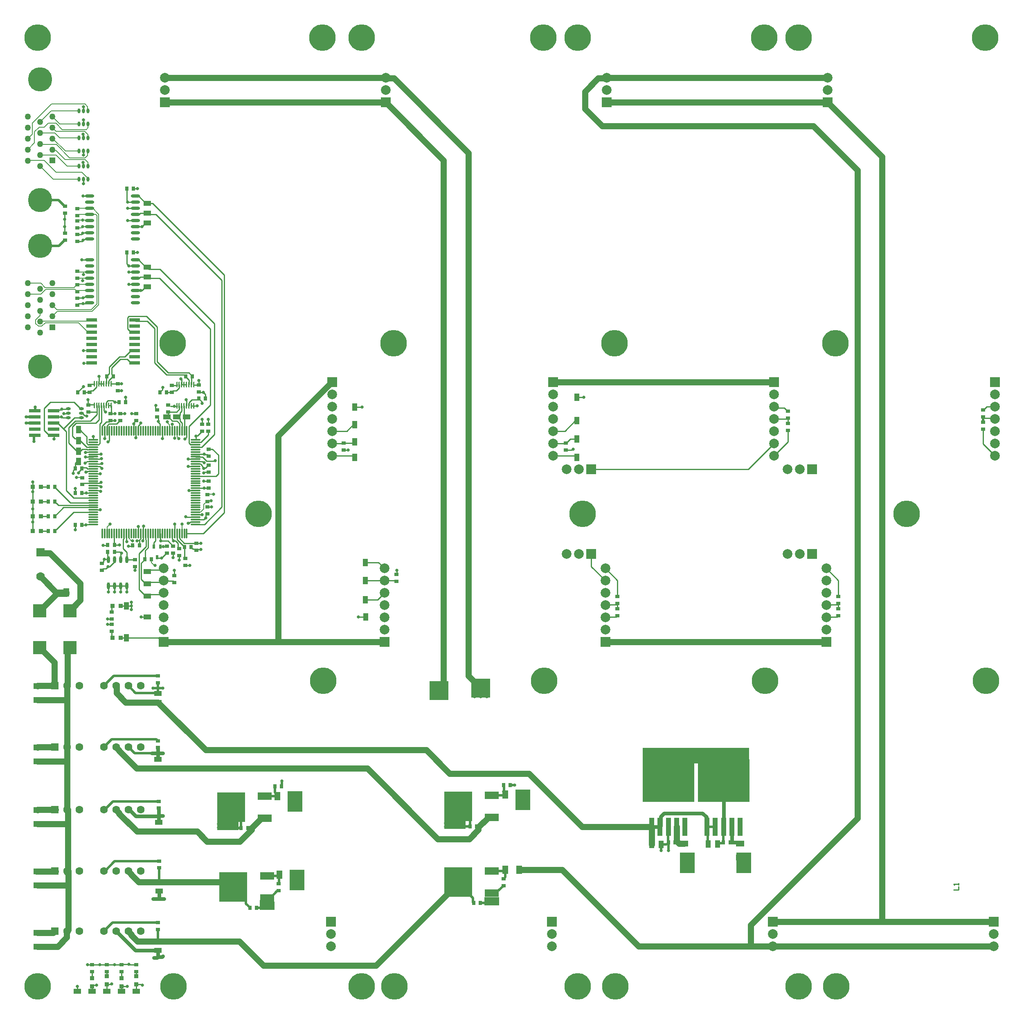
<source format=gtl>
G04*
G04 #@! TF.GenerationSoftware,Altium Limited,Altium Designer,20.0.14 (345)*
G04*
G04 Layer_Physical_Order=1*
G04 Layer_Color=255*
%FSLAX25Y25*%
%MOIN*%
G70*
G01*
G75*
%ADD10C,0.01000*%
%ADD19R,0.42000X0.35000*%
%ADD20R,0.04200X0.15000*%
%ADD21R,0.03543X0.03150*%
%ADD22R,0.03150X0.03543*%
%ADD23R,0.09000X0.03000*%
%ADD24R,0.05906X0.04331*%
%ADD25R,0.03937X0.06299*%
%ADD26R,0.07087X0.05118*%
%ADD27R,0.04331X0.05906*%
%ADD28R,0.05118X0.07087*%
%ADD29R,0.11811X0.06299*%
%ADD30R,0.22835X0.24410*%
%ADD31R,0.03740X0.03740*%
%ADD32R,0.06299X0.03937*%
%ADD33R,0.01968X0.03543*%
%ADD34R,0.03740X0.03740*%
%ADD35O,0.02362X0.05709*%
%ADD36O,0.08268X0.01181*%
%ADD37O,0.01181X0.08268*%
%ADD38O,0.03937X0.02362*%
%ADD39O,0.07480X0.02362*%
%ADD40O,0.02362X0.03937*%
%ADD41R,0.10630X0.10630*%
G04:AMPARAMS|DCode=42|XSize=29.92mil|YSize=94.49mil|CornerRadius=7.48mil|HoleSize=0mil|Usage=FLASHONLY|Rotation=270.000|XOffset=0mil|YOffset=0mil|HoleType=Round|Shape=RoundedRectangle|*
%AMROUNDEDRECTD42*
21,1,0.02992,0.07953,0,0,270.0*
21,1,0.01496,0.09449,0,0,270.0*
1,1,0.01496,-0.03976,-0.00748*
1,1,0.01496,-0.03976,0.00748*
1,1,0.01496,0.03976,0.00748*
1,1,0.01496,0.03976,-0.00748*
%
%ADD42ROUNDEDRECTD42*%
%ADD43O,0.01000X0.05315*%
%ADD82C,0.02000*%
%ADD83C,0.05000*%
%ADD84C,0.03000*%
%ADD85C,0.00600*%
%ADD86C,0.00900*%
%ADD87R,0.12000X0.17000*%
%ADD88R,0.15808X0.15786*%
%ADD89R,0.87045X0.12686*%
%ADD90R,0.17606X0.06901*%
%ADD91R,0.11836X0.06901*%
%ADD92C,0.07874*%
%ADD93R,0.07874X0.07874*%
%ADD94R,0.06299X0.06299*%
%ADD95C,0.06299*%
%ADD96R,0.07874X0.07874*%
%ADD97C,0.19685*%
%ADD98C,0.05000*%
%ADD99R,0.05000X0.05000*%
%ADD100C,0.07000*%
%ADD101R,0.07000X0.07000*%
%ADD102C,0.21654*%
%ADD103C,0.02600*%
D10*
X437843Y432326D02*
X439169Y431000D01*
X419964Y432326D02*
X437843D01*
X430291Y437044D02*
X435187D01*
X435737Y437594D01*
X436170D01*
X433867Y445935D02*
X439169D01*
X430488Y442556D02*
X433867Y445935D01*
X430291Y442556D02*
X430488D01*
X437988Y460738D02*
X439169D01*
X429576Y452326D02*
X437988Y460738D01*
X419964Y452326D02*
X429576D01*
X267116Y345204D02*
X277741D01*
X282520Y340425D01*
X267200Y330425D02*
X282520D01*
X267116Y330509D02*
X267200Y330425D01*
X277022Y314927D02*
X282520Y320425D01*
X267116Y314927D02*
X277022D01*
X239964Y442326D02*
X249291D01*
Y442556D02*
X257230D01*
X258291Y443617D01*
X239964Y452326D02*
X251905D01*
X257110Y457531D02*
X258291D01*
X251905Y452326D02*
X257110Y457531D01*
X31874Y446160D02*
X33343Y444692D01*
X28291Y448260D02*
Y455856D01*
X30391Y446160D02*
X31874D01*
X28291Y448260D02*
X30391Y446160D01*
X33343Y444692D02*
X34524D01*
X35786Y451870D02*
Y452110D01*
X33136Y453579D02*
X34318D01*
X39884Y442447D02*
Y447772D01*
X34318Y453579D02*
X35786Y452110D01*
Y451870D02*
X39884Y447772D01*
X34524Y444692D02*
X39909Y439307D01*
X45233D01*
X36222Y437550D02*
X40056D01*
X34472Y435800D02*
X36222Y437550D01*
X39335Y435335D02*
X45268D01*
X40268Y437339D02*
X45233D01*
X33291Y435800D02*
X34472D01*
X39000Y435000D02*
X39335Y435335D01*
X40056Y437550D02*
X40268Y437339D01*
X39884Y442447D02*
X40997Y441334D01*
Y441276D02*
Y441334D01*
X31227Y458792D02*
X47284D01*
X50119Y461627D01*
X42893Y460629D02*
X48150Y465887D01*
X30589Y460629D02*
X42893D01*
X28291Y455856D02*
X31227Y458792D01*
X30535Y421800D02*
Y426153D01*
X32057Y427675D01*
X33238D01*
X25291Y455331D02*
X30589Y460629D01*
X25291Y442619D02*
Y455331D01*
X21009Y454143D02*
X29925Y463060D01*
X35606D01*
X16352Y458800D02*
X21009Y454143D01*
X23291Y451861D01*
X48150Y465887D02*
Y467800D01*
X35606Y466800D02*
X36394D01*
X38468Y464725D02*
X39696D01*
X36394Y466800D02*
X38468Y464725D01*
X39696D02*
X40002Y464419D01*
X127260Y472627D02*
X127633Y473000D01*
X22000Y625291D02*
X22146Y625146D01*
X110175Y349342D02*
Y353257D01*
X97764Y348943D02*
X97821Y349000D01*
X77760Y359576D02*
X78291Y359044D01*
X77475Y358228D02*
X78291Y359044D01*
X62248Y326072D02*
X62520Y325800D01*
X56264Y359347D02*
X56717Y359800D01*
X117027Y494800D02*
X117263D01*
X116659D02*
X117027D01*
X83941Y566729D02*
X85039D01*
X79760D02*
X83941D01*
X73958Y358491D02*
X76676D01*
X77323Y359139D01*
X135372Y418200D02*
X136216Y419044D01*
X135241Y418200D02*
X135372D01*
X128732Y415650D02*
X145304D01*
X147193Y417539D01*
X144515Y428035D02*
X144643Y428162D01*
X137581Y428035D02*
X144515D01*
X147193Y417539D02*
Y432795D01*
X142433Y437556D02*
X147193Y432795D01*
X139291Y437556D02*
X142433D01*
X149885Y390394D02*
Y575115D01*
X96271Y628729D02*
X149885Y575115D01*
X135806Y376315D02*
X149885Y390394D01*
X135169Y411483D02*
X135241Y411556D01*
X139291D01*
X136216Y419044D02*
X139291D01*
X72271Y362503D02*
X72692Y362081D01*
X72271Y362503D02*
Y368962D01*
X70233Y364785D02*
Y368962D01*
X69681Y364232D02*
X70233Y364785D01*
Y368962D02*
X70268Y368997D01*
X69681Y356627D02*
X72791Y353516D01*
X69681Y356627D02*
Y364232D01*
X62556Y359472D02*
X66528D01*
X62047Y359800D02*
X62138Y359891D01*
X72236Y368997D02*
X72271Y368962D01*
X58736Y341800D02*
X62791Y345855D01*
X53451Y359347D02*
X56264D01*
X120988Y382186D02*
X128732D01*
X120527Y382647D02*
X120988Y382186D01*
X128698Y378214D02*
X128732Y378249D01*
X124161Y378214D02*
X128698D01*
X123146Y377199D02*
X124161Y378214D01*
X122713Y377199D02*
X123146D01*
X138291Y395044D02*
X138903Y395656D01*
X141453D01*
X35777Y612556D02*
X36851Y613631D01*
X81291Y597800D02*
X81453Y597962D01*
X36996Y613631D02*
X37122D01*
X36851D02*
X36996D01*
X37130Y613765D01*
X36781Y613415D02*
X36996Y613631D01*
X32620Y560885D02*
X36826D01*
X32291Y560556D02*
X32620Y560885D01*
X45302Y433402D02*
X51405D01*
X51650Y433647D01*
X45268Y433367D02*
X45302Y433402D01*
X71756Y476000D02*
Y479756D01*
X56024Y476005D02*
X57268Y477249D01*
X56024Y473341D02*
Y476005D01*
X57268Y477249D02*
X61318D01*
X62567Y476000D01*
X63000D01*
X66244D01*
X50119Y461627D02*
Y473341D01*
X136756Y479000D02*
Y482244D01*
X135000Y484000D02*
X136756Y482244D01*
X131579Y484000D02*
X135000D01*
X131291Y484288D02*
X131579Y484000D01*
X127633Y473000D02*
X130000D01*
X134000Y475000D02*
Y476047D01*
X131244Y478803D02*
X134000Y476047D01*
X131244Y478803D02*
Y479000D01*
X127260Y472627D02*
Y472800D01*
X123323D02*
Y475464D01*
X125587Y477728D02*
X130169D01*
X123323Y475464D02*
X125587Y477728D01*
X130169D02*
X131244Y478803D01*
X123348Y456348D02*
X140541Y473541D01*
Y535550D01*
X99584Y576507D02*
X99948Y576143D01*
X123348Y442447D02*
Y456348D01*
X99291Y576800D02*
X99584Y576507D01*
X109672Y364066D02*
Y368962D01*
Y364066D02*
X110480Y363259D01*
Y362988D02*
Y363259D01*
X119535Y352800D02*
Y357800D01*
X113609Y363923D02*
Y368962D01*
Y363923D02*
X119535Y357997D01*
X110480Y362988D02*
X110671Y362797D01*
X112260D01*
X119535Y357800D02*
Y357997D01*
X130172Y356000D02*
X133000D01*
X129426Y355254D02*
X130172Y356000D01*
X128351Y356329D02*
X129426Y355254D01*
X115543Y365405D02*
Y368997D01*
X119362Y361000D02*
X133000D01*
X292552Y336399D02*
Y338757D01*
X292000Y335847D02*
X292552Y336399D01*
X54506Y452447D02*
X54520Y452461D01*
X54506Y446220D02*
Y452447D01*
X54492Y446206D02*
X54506Y446220D01*
X125047Y357603D02*
Y357800D01*
Y357603D02*
X126122Y356528D01*
X126319D01*
X126518Y356329D01*
X128351D01*
X115578Y364785D02*
X119362Y361000D01*
X57968Y498921D02*
X58366Y499319D01*
X61600Y496647D02*
Y497156D01*
X60291Y498662D02*
Y503800D01*
X56244Y497197D02*
X57968Y498921D01*
X56244Y497220D02*
X57956Y498932D01*
X58366Y499319D02*
Y499920D01*
X66535Y512800D02*
X71071D01*
X58366Y504630D02*
X66535Y512800D01*
X58366Y499920D02*
X58366Y504630D01*
X71071Y512800D02*
X76000Y517729D01*
X61600Y497156D02*
Y497353D01*
X60291Y498662D02*
X61600Y497353D01*
Y497156D02*
X61756Y497000D01*
X57993Y493525D02*
X60196Y495728D01*
X57993Y490861D02*
Y493525D01*
X60196Y495728D02*
X60681D01*
X61600Y496647D01*
X56024Y490861D02*
Y497000D01*
X67291Y510800D02*
X72929D01*
X60291Y503800D02*
X67291Y510800D01*
X292000Y335847D02*
X292291Y335556D01*
X111349Y334614D02*
Y338771D01*
X111291Y334556D02*
X111349Y334614D01*
X-4152Y383079D02*
Y388741D01*
X-4243Y382988D02*
X-4152Y383079D01*
Y388741D02*
Y394521D01*
X-4243Y394612D02*
X-4152Y394521D01*
X42098Y608468D02*
X42358Y608729D01*
X36883Y608014D02*
X37316D01*
X37771Y608468D02*
X42098D01*
X37316Y608014D02*
X37771Y608468D01*
X37130Y613765D02*
X42323D01*
X45268Y429430D02*
X50997D01*
X51567Y430000D01*
X52000D01*
X50119Y490861D02*
Y496881D01*
X50000Y497000D02*
X50119Y496881D01*
X72791Y321209D02*
Y326072D01*
X67791Y321209D02*
Y326072D01*
X62791Y321209D02*
Y326072D01*
X57791Y321209D02*
Y326072D01*
X67791D02*
X72791D01*
X57791D02*
X62248D01*
X62791D02*
X67791D01*
X105044Y353044D02*
X105291D01*
X101000Y349000D02*
X105044Y353044D01*
X97821Y349000D02*
X101000D01*
X97280Y349427D02*
X97764Y348943D01*
X56717Y359800D02*
X57045Y359472D01*
X39700Y401871D02*
X45268D01*
X36047Y401800D02*
X36118Y401871D01*
X39700D01*
X36047Y401800D02*
X36163Y401684D01*
X98457Y462879D02*
Y462969D01*
X97291Y464044D02*
X97382D01*
X98457Y462969D01*
Y459634D02*
Y460061D01*
Y459634D02*
X99795Y458296D01*
X97291Y464044D02*
X98457Y462879D01*
Y460061D02*
Y462879D01*
X134000Y457756D02*
Y462000D01*
X133803Y452244D02*
X134000D01*
X130210Y448651D02*
X133803Y452244D01*
X129306Y448651D02*
X130210D01*
X129000Y448345D02*
X129306Y448651D01*
X129000Y445262D02*
Y448345D01*
X128916Y445178D02*
X129000Y445262D01*
X138803Y449103D02*
Y452244D01*
X132945Y443244D02*
X138803Y449103D01*
X139000Y457756D02*
Y462000D01*
X128732Y445178D02*
X128916D01*
X44418Y6630D02*
Y11918D01*
X44291Y12044D02*
X44418Y11918D01*
X68417Y-4074D02*
Y-183D01*
X68291Y-4200D02*
X68417Y-4074D01*
X72894Y-62D02*
X72894Y-62D01*
X69807Y-62D02*
X72894D01*
X69661Y84D02*
X69807Y-62D01*
X60021Y1800D02*
X60291D01*
X59674Y1453D02*
X60021Y1800D01*
X68291Y6636D02*
Y12044D01*
Y6636D02*
X68417Y6510D01*
X56291Y8146D02*
Y12044D01*
X80291Y8146D02*
Y12044D01*
X44291Y-189D02*
Y63D01*
X44418Y-62D02*
X45480Y1000D01*
X48000D01*
X44291Y-4200D02*
Y-189D01*
X44418Y-62D01*
X68589Y17854D02*
X74237D01*
X68291Y17556D02*
X68589Y17854D01*
X642520Y340425D02*
X652291Y330654D01*
Y317556D02*
Y330654D01*
X450964Y421326D02*
X578964D01*
X599964Y442326D01*
X59494Y461000D02*
X63000D01*
X59370Y461123D02*
X59494Y461000D01*
X59961Y467226D02*
Y473341D01*
X59291Y466556D02*
X59961Y467226D01*
X57993Y473341D02*
X59961D01*
X54056Y469035D02*
X55291Y467800D01*
X15319Y393528D02*
X16819Y392028D01*
X45268D01*
X15122Y393528D02*
X15319D01*
X37075Y488537D02*
X37341D01*
X32535Y483997D02*
X37075Y488537D01*
X32535Y483800D02*
Y483997D01*
X114366Y357556D02*
X115291D01*
X82835Y359139D02*
Y363607D01*
X36881Y668525D02*
X36951Y668595D01*
X57520Y347800D02*
X57531Y347811D01*
X101581Y280425D02*
X102520D01*
X72291Y283800D02*
X98206D01*
X101581Y280425D01*
X99669Y584332D02*
X144000Y540000D01*
Y449509D02*
Y540000D01*
X133798Y439307D02*
X144000Y449509D01*
X99948Y576143D02*
X140541Y535550D01*
X98533Y576800D02*
X99291D01*
X90760Y584332D02*
X99669D01*
X152000Y386000D02*
Y579566D01*
X121449Y368997D02*
X134997D01*
X152000Y386000D01*
X93766Y637800D02*
X152000Y579566D01*
X88110Y637800D02*
X93766D01*
X90362Y628729D02*
X96271D01*
X125291Y496241D02*
X126047Y496997D01*
X125291Y490320D02*
Y496241D01*
X121354Y472800D02*
Y477213D01*
X121000Y477567D02*
X121354Y477213D01*
X121000Y477567D02*
Y478000D01*
X120000Y446000D02*
X121414Y447414D01*
Y452427D01*
X121449Y452461D01*
X120860Y463800D02*
X121291D01*
X120949D02*
X121073D01*
X115941Y460555D02*
X117512Y458984D01*
Y452461D02*
Y458984D01*
X119480Y462331D02*
X120949Y463800D01*
X119480Y452461D02*
Y462331D01*
X117417Y468643D02*
Y472800D01*
X113291Y463800D02*
X114472D01*
X115941Y465269D02*
Y467166D01*
X114472Y463800D02*
X115941Y465269D01*
Y467166D02*
X117417Y468643D01*
X114472Y463800D02*
X115941Y462331D01*
Y460555D02*
Y462331D01*
X29000Y420265D02*
X30535Y421800D01*
X29000Y418000D02*
Y420265D01*
X72291Y309800D02*
X76291D01*
X67638D02*
X72291D01*
X33310Y418366D02*
X33616Y418673D01*
X33310Y418366D02*
X33634D01*
X33616Y418673D02*
Y419172D01*
X36047Y421603D01*
Y421800D01*
X39418Y418905D02*
X39851D01*
X40499Y419553D01*
X45233D01*
X56291Y1453D02*
X59674D01*
X84945D02*
X85445Y953D01*
X80291Y1453D02*
X84945D01*
X45233Y437339D02*
X45268Y437304D01*
X40997Y441276D02*
X45233D01*
X45268Y441241D01*
X110175Y353257D02*
X110298Y353380D01*
X138291Y390556D02*
X141556D01*
X115291Y347291D02*
Y351044D01*
X87535Y348000D02*
Y355029D01*
X86169Y346728D02*
X87441Y348000D01*
X84291Y331619D02*
Y344756D01*
X87441Y348000D02*
X87535D01*
X86169Y346634D02*
Y346728D01*
X84291Y344756D02*
X86169Y346634D01*
X90760Y339268D02*
X101363D01*
X89291Y337800D02*
X90760Y339268D01*
X101363D02*
X102520Y340425D01*
X81091Y363000D02*
X81094Y363003D01*
X81401Y363309D01*
X82538D01*
X82835Y363607D01*
X88019Y363874D02*
Y368962D01*
X88203Y358172D02*
Y363690D01*
X87984Y368997D02*
X88019Y368962D01*
Y363874D02*
X88203Y363690D01*
X85563Y362724D02*
X85981Y363142D01*
Y368962D01*
X72791Y347528D02*
Y353516D01*
X23291Y403800D02*
Y451532D01*
Y403800D02*
X29157Y397934D01*
X-4000Y406855D02*
Y411000D01*
Y394855D02*
Y403000D01*
X-4055Y394800D02*
X-4000Y394855D01*
Y403000D02*
Y406745D01*
X-4055Y406800D02*
X-4000Y406745D01*
X-4243Y382988D02*
X-4055Y382800D01*
X-4243Y394612D02*
X-4055Y394800D01*
X-4050Y370806D02*
Y378251D01*
X-4055Y370800D02*
X-4050Y370806D01*
Y378251D02*
Y382794D01*
X-4055Y382800D02*
X-4050Y382794D01*
X-4055Y406800D02*
X-4000Y406855D01*
X26654Y393997D02*
X45268D01*
X14047Y406603D02*
X26654Y393997D01*
X25291Y442619D02*
X32110Y435800D01*
X36047Y421800D02*
X36817Y422570D01*
X39648D01*
X38791Y426139D02*
X40148Y427496D01*
X45233D02*
X45268Y427461D01*
X40148Y427496D02*
X45233D01*
X37241Y607750D02*
Y607800D01*
X37843Y561469D02*
X42098D01*
X37259Y560885D02*
X37843Y561469D01*
X36826Y560885D02*
X37259D01*
X37081Y556119D02*
X41748D01*
X33366D02*
X37081D01*
X36000Y592000D02*
X36271Y591729D01*
X42358D01*
X37202Y643798D02*
X42289D01*
X37291Y653800D02*
Y657485D01*
X41748Y556119D02*
X42358Y556729D01*
X32291Y555044D02*
X33366Y556119D01*
X22000Y613847D02*
Y619000D01*
Y625000D01*
Y629753D02*
X22291Y630044D01*
X22000Y625291D02*
Y629753D01*
Y613847D02*
X22291Y613556D01*
X82835Y363607D02*
X84013Y364785D01*
X85981Y368962D02*
X86016Y368997D01*
X90760Y319268D02*
X101363D01*
X102520Y320425D01*
X89291Y317800D02*
X90760Y319268D01*
X120291Y343044D02*
X124047D01*
X450964Y341981D02*
X462520Y330425D01*
X450964Y341981D02*
Y352326D01*
X439274Y350473D02*
X440964D01*
X770291Y441999D02*
Y454044D01*
Y441999D02*
X779964Y432326D01*
X249291Y437044D02*
X253047D01*
X59291Y461044D02*
X59370Y461123D01*
X58217Y459969D02*
X59291Y461044D01*
X37181Y691226D02*
X37291Y691115D01*
X37070Y694280D02*
X37181Y694169D01*
Y691226D02*
Y694169D01*
X37291Y702485D02*
Y705800D01*
Y713115D02*
Y716450D01*
Y702485D02*
X37309Y702467D01*
X36951Y668595D02*
Y671165D01*
X36881Y668525D02*
X37291Y668115D01*
X37347Y677361D02*
X37402Y677305D01*
X37347Y677361D02*
Y680430D01*
X37291Y680485D02*
X37347Y680430D01*
X54037Y490879D02*
X54056Y490861D01*
X24758Y470322D02*
X24976Y470540D01*
X24539Y470103D02*
X24758Y470322D01*
X19743D02*
X24758D01*
X19524Y470103D02*
X19743Y470322D01*
X13124Y468800D02*
X13967Y469643D01*
X18631D01*
X19091Y470103D01*
X19524D01*
X24539D01*
X80094Y461044D02*
X80291D01*
X79020Y459969D02*
X80094Y461044D01*
X79020Y459772D02*
Y459969D01*
X78658Y459411D02*
X79020Y459772D01*
X78658Y458504D02*
Y459411D01*
X78352Y458198D02*
X78658Y458504D01*
X78176Y452496D02*
Y458022D01*
X78142Y452461D02*
X78176Y452496D01*
Y458022D02*
X78352Y458198D01*
X83312Y458779D02*
X84081D01*
X83291Y458800D02*
X83312Y458779D01*
X83764D02*
X84081D01*
X83387Y458402D02*
X83764Y458779D01*
X83387Y457947D02*
Y458402D01*
X82113Y456674D02*
X83387Y457947D01*
X82113Y452496D02*
Y456674D01*
X96073Y472859D02*
X96285Y473071D01*
X96073Y470631D02*
Y472859D01*
Y470631D02*
X97148Y469556D01*
X97291D01*
X99535Y483800D02*
Y483997D01*
X101775Y486236D01*
Y487410D01*
X102081Y487716D01*
X117027Y494800D02*
X117417Y494410D01*
X117263Y494800D02*
X117277Y494786D01*
X117417Y490320D02*
Y494410D01*
X95291Y507800D02*
X105021Y498070D01*
X119461D01*
X120535Y496996D01*
X106271Y499820D02*
X118442D01*
X118443Y499822D01*
X97291Y508800D02*
X106271Y499820D01*
X120535Y496603D02*
Y496996D01*
X123244Y499800D02*
X126047Y496997D01*
X118443Y499822D02*
X122628D01*
X122650Y499800D02*
X123244D01*
X122628Y499822D02*
X122650Y499800D01*
X128767Y431364D02*
X134252D01*
X137581Y428035D01*
X135175Y426505D02*
X135504D01*
X134218Y427461D02*
X135175Y426505D01*
X132438Y433402D02*
X132450Y433413D01*
X128732Y433367D02*
X128767Y433402D01*
X132450Y433413D02*
X136057D01*
X128767Y433402D02*
X132438D01*
X128732Y425493D02*
X128767Y425458D01*
X132945D01*
X133038Y425365D01*
X133038D01*
X134116Y424287D01*
Y423408D02*
Y424287D01*
Y423408D02*
X135291Y422233D01*
Y421800D02*
Y422233D01*
X138339Y423800D02*
X138535D01*
X138339D02*
X139094Y424556D01*
X136645Y422106D02*
X138339Y423800D01*
X139094Y424556D02*
X139291D01*
X135597Y422106D02*
X136645D01*
X135291Y421800D02*
X135597Y422106D01*
X136756Y381535D02*
X137119D01*
X135438Y380217D02*
X136756Y381535D01*
X137119Y383872D02*
X138291Y385044D01*
X137119Y381535D02*
Y383872D01*
X128732Y380217D02*
X135438D01*
X128732Y384154D02*
X128748Y384170D01*
X134102D01*
X134118Y384185D01*
X100416Y362800D02*
X106193D01*
X100416D02*
X100416D01*
X110101Y358892D02*
X110298D01*
X106193Y362800D02*
X110101Y358892D01*
X104982Y358247D02*
X105291Y358556D01*
X102273Y358247D02*
X104982D01*
X99839Y358301D02*
X99893Y358247D01*
X102273D01*
X97280Y349427D02*
Y349443D01*
X94721Y358301D02*
Y361661D01*
X95858Y362798D01*
Y368997D01*
X82541Y352510D02*
X88203Y358172D01*
X86050Y369032D02*
Y374686D01*
X86016Y368997D02*
X86050Y369032D01*
Y374686D02*
X86137Y374772D01*
X45268Y409745D02*
X45302Y409780D01*
X50256D01*
X51166Y410690D01*
X51599D01*
X45268Y407776D02*
X50502D01*
X51308Y406971D01*
X51741D01*
X45268Y403839D02*
X45302Y403805D01*
X50108D01*
X50863Y403050D01*
X51296D01*
X45233Y431364D02*
X45268Y431398D01*
X39074Y431364D02*
X45233D01*
X38898Y431188D02*
X39074Y431364D01*
X45233Y419553D02*
X45268Y419587D01*
X45233Y421591D02*
X45268Y421556D01*
X40628Y421591D02*
X45233D01*
X39648Y422570D02*
X40628Y421591D01*
X45302Y425527D02*
X52019D01*
X45268Y425493D02*
X45302Y425527D01*
X45268Y423524D02*
X50567D01*
X52291Y421800D01*
X52019Y425527D02*
X52291Y425800D01*
X32291Y607044D02*
X36265D01*
X439806Y479975D02*
X444806D01*
X24851Y466675D02*
X24976Y466800D01*
X21416Y466675D02*
X24851D01*
X21291Y466550D02*
X21416Y466675D01*
X45241Y445204D02*
X45268Y445178D01*
X45241Y445204D02*
Y447800D01*
X128732Y427461D02*
X134218D01*
X74362Y571729D02*
X79760D01*
X125291Y472800D02*
X127260D01*
X261291Y300800D02*
X267291D01*
X258291Y471800D02*
X264291D01*
X117417Y490320D02*
X119386D01*
X121354D01*
X78047Y597800D02*
X81291D01*
X74362Y581729D02*
X79760D01*
X99795Y452461D02*
Y458296D01*
X73362Y633729D02*
X79760D01*
X78047Y649800D02*
X81291D01*
X65291Y485288D02*
X68291D01*
X101764Y446273D02*
Y452461D01*
X13124Y448800D02*
X13291Y448632D01*
X12281Y449643D02*
X13124Y448800D01*
X13291Y445800D02*
Y448632D01*
X42098Y561469D02*
X42358Y561729D01*
X32291Y612556D02*
X35777D01*
X42323Y613765D02*
X42358Y613729D01*
X36265Y607044D02*
X36971Y607750D01*
X37241D01*
X45268Y417619D02*
X51110D01*
X32110Y435800D02*
X33291D01*
X20302Y463060D02*
X24976D01*
X19562Y463800D02*
X20302Y463060D01*
X13124Y463800D02*
X19291D01*
X82079Y368997D02*
Y374587D01*
X99830Y363386D02*
Y368962D01*
Y363386D02*
X100416Y362800D01*
X10291Y475800D02*
X29594D01*
X34854Y470540D02*
X35606D01*
X29594Y475800D02*
X34854Y470540D01*
X13124Y458800D02*
X16352D01*
X23291Y451532D02*
Y451861D01*
X5291Y452972D02*
X8620Y449643D01*
X12281D01*
X5291Y452972D02*
Y470800D01*
X10291Y475800D01*
X19291Y463800D02*
X19562D01*
X45268Y388091D02*
X51000D01*
X21110Y390060D02*
X45268D01*
X14047Y382997D02*
X21110Y390060D01*
X45302Y441276D02*
X49480D01*
X50711Y442506D01*
Y458270D01*
X52087Y459646D01*
X45268Y441241D02*
X45302Y441276D01*
X80110Y446981D02*
Y452461D01*
X122567Y423524D02*
X128732D01*
X123331Y403839D02*
X128732D01*
X111606Y368997D02*
Y376485D01*
X115543Y368997D02*
X115578Y368962D01*
Y364785D02*
Y368962D01*
X112260Y362797D02*
X114291Y360766D01*
Y357631D02*
X114366Y357556D01*
X114291Y357631D02*
Y360766D01*
X113575Y368997D02*
X113609Y368962D01*
X109638Y368997D02*
X109672Y368962D01*
X56803Y294800D02*
X60291D01*
X56803Y299288D02*
X60291D01*
X84291Y300800D02*
X89291D01*
X79760Y618729D02*
X85039D01*
X88110Y621800D01*
X89291D01*
X85039Y566729D02*
X88110Y569800D01*
X89291D01*
X32291Y-4200D02*
Y-200D01*
X282520Y330425D02*
X291910D01*
X292291Y330044D01*
X102520Y330425D02*
X102826Y330119D01*
X110216D01*
X111291Y329044D01*
X88110Y317800D02*
X89291D01*
X82541Y323369D02*
X88110Y317800D01*
X89110Y327800D02*
X89291D01*
X88110D02*
X89110D01*
X90579Y329269D01*
X84291Y331619D02*
X88110Y327800D01*
X90579Y329269D02*
X101363D01*
X102520Y330425D01*
X82541Y323369D02*
Y352510D01*
X239964Y432326D02*
X240022Y432268D01*
X256823D01*
X258291Y430800D01*
X119386Y470643D02*
Y472800D01*
Y470643D02*
X119392Y470637D01*
Y465269D02*
Y470637D01*
Y465269D02*
X120860Y463800D01*
X90291Y576800D02*
X98533D01*
X74303Y545800D02*
X88697D01*
X79879Y541850D02*
X89242D01*
X79000Y542729D02*
X79879Y541850D01*
X83758Y577800D02*
X89291D01*
X82687Y576729D02*
X83758Y577800D01*
X79760Y576729D02*
X82687D01*
X89291Y577800D02*
X90291Y576800D01*
X88110Y585800D02*
X89291D01*
X82181Y591729D02*
X88110Y585800D01*
X79760Y591729D02*
X82181D01*
X89291Y585800D02*
X90760Y584332D01*
X83758Y629800D02*
X89291D01*
X82687Y628729D02*
X83758Y629800D01*
X79760Y628729D02*
X82687D01*
X89291Y629800D02*
X90362Y628729D01*
X82181Y643729D02*
X88110Y637800D01*
X79760Y643729D02*
X82181D01*
X76291Y306800D02*
Y309800D01*
Y312800D01*
X40535Y17556D02*
X44291D01*
X50535D01*
X56291D01*
X62535D01*
X68291D01*
X74535D02*
X80291D01*
Y-4200D02*
Y1453D01*
X56291Y-4200D02*
Y1453D01*
X60291Y309146D02*
X60945Y309800D01*
X60291Y304800D02*
Y309146D01*
Y284454D02*
X60945Y283800D01*
X60291Y284454D02*
Y289288D01*
X2638Y370800D02*
X8535D01*
X2638Y382800D02*
X8535D01*
X2638Y394800D02*
X8535D01*
X2638Y406800D02*
X8535D01*
X14047Y394603D02*
X15122Y393528D01*
X14047Y394603D02*
Y394800D01*
Y370800D02*
Y370997D01*
X15122Y372072D01*
X15319D01*
X29370Y386123D01*
X45268D01*
X14047Y382800D02*
Y382997D01*
Y406603D02*
Y406800D01*
X29157Y397934D02*
X45268D01*
X30535Y401800D02*
Y405556D01*
X472291Y317556D02*
Y330654D01*
X462520Y340425D02*
X472291Y330654D01*
Y307556D02*
Y312044D01*
X462520Y310425D02*
X463064Y310969D01*
X471216D01*
X472291Y312044D01*
X462520Y300425D02*
X463064Y300969D01*
X471216D01*
X472291Y302044D01*
X770291Y464044D02*
X771366Y462969D01*
X779321D01*
X779964Y462326D01*
X599964D02*
X610573D01*
X611291Y463044D01*
X651217Y310969D02*
X652291Y312044D01*
X643064Y310969D02*
X651217D01*
X642520Y310425D02*
X643064Y310969D01*
X652291Y307556D02*
Y312044D01*
X642520Y300425D02*
X643064Y300969D01*
X651217D01*
X652291Y302044D01*
X599964Y472326D02*
X600931Y471359D01*
X608291D01*
X611094Y468556D02*
X611291D01*
X608291Y471359D02*
X611094Y468556D01*
X611291Y443654D02*
Y453044D01*
X599964Y432326D02*
X611291Y443654D01*
X439192Y350555D02*
X440964Y352326D01*
Y350473D02*
Y352326D01*
X419964Y442326D02*
X430062D01*
X430291Y442556D01*
X138535Y423800D02*
X139291Y424556D01*
X128732Y431398D02*
X128767Y431364D01*
Y376315D02*
X135806D01*
X82079Y452461D02*
X82113Y452496D01*
X55610Y340119D02*
X57291Y341800D01*
X99839Y358301D02*
Y359089D01*
X100323Y359573D01*
X79291Y338800D02*
Y342044D01*
X84013Y364785D02*
Y368962D01*
X84047Y368997D01*
X91921Y347657D02*
X91972Y347606D01*
Y346875D02*
Y347606D01*
X89918Y368962D02*
X89953Y368997D01*
Y357447D02*
Y368928D01*
X89918Y368962D02*
X89953Y368928D01*
X87535Y355029D02*
X89953Y357447D01*
X136057Y433413D02*
X136351Y433119D01*
X138216D01*
X122661Y429430D02*
X128732D01*
X138216Y433119D02*
X139291Y432044D01*
X611291Y458556D02*
Y463044D01*
X773259Y472326D02*
X779964D01*
X770488Y469556D02*
X773259Y472326D01*
X770291Y469556D02*
X770488D01*
X79264Y347528D02*
X79291Y347556D01*
X72791Y347528D02*
X79264D01*
X57045Y350317D02*
Y353800D01*
Y350317D02*
X57531Y349831D01*
Y347811D02*
Y349831D01*
X62556Y353800D02*
X67021D01*
X68021Y352800D01*
X68291D01*
X119535Y349312D02*
Y352800D01*
Y349312D02*
X120291Y348556D01*
X128732Y443210D02*
X128767Y443244D01*
X132945D01*
X128732Y439272D02*
X128767Y439307D01*
X133798D01*
X67291Y466556D02*
X71047D01*
X58068Y458219D02*
X64467D01*
X66020Y459772D02*
Y459969D01*
X67094Y461044D02*
X67291D01*
X66020Y459969D02*
X67094Y461044D01*
X64467Y458219D02*
X66020Y459772D01*
X56523Y452496D02*
Y456674D01*
X56488Y452461D02*
X56523Y452496D01*
Y456674D02*
X58068Y458219D01*
X52586Y456674D02*
X55881Y459969D01*
X58217D01*
X52551Y452461D02*
X52586Y452496D01*
Y456674D01*
X104618Y359229D02*
X105291Y358556D01*
X99795Y368997D02*
X99830Y368962D01*
X37236Y409745D02*
X45268D01*
X36291Y408800D02*
X37236Y409745D01*
X138216Y436481D02*
X139291Y437556D01*
X48150Y467800D02*
Y473341D01*
X52087Y490861D02*
X54056D01*
X50119D02*
X52087D01*
X95291Y507800D02*
Y535800D01*
X89242Y541850D02*
X95291Y535800D01*
X73250Y544747D02*
X74303Y545800D01*
X88697D02*
X97291Y537206D01*
Y508800D02*
Y537206D01*
X73250Y535479D02*
Y544747D01*
Y535479D02*
X76000Y532729D01*
X79000D01*
X72929Y510800D02*
X76000Y507729D01*
X79000D01*
X76000Y517729D02*
X79000D01*
X123323Y490320D02*
Y493816D01*
X120535Y496603D02*
X123323Y493816D01*
X57200Y443709D02*
X58457Y444965D01*
Y452461D01*
X54056Y469035D02*
Y473341D01*
X52087Y459646D02*
Y473341D01*
X76535Y466556D02*
X80291D01*
X59291D02*
X63047D01*
X30535Y372044D02*
Y375800D01*
X62520Y325800D02*
X62791Y326072D01*
X62394Y359635D02*
Y368997D01*
Y359635D02*
X62556Y359472D01*
X53366Y340119D02*
X55610D01*
X57291Y341800D02*
X58736D01*
X52291Y339044D02*
X53366Y340119D01*
X62791Y345855D02*
Y347528D01*
X54291Y347800D02*
X57520D01*
X53563Y347072D02*
X54291Y347800D01*
X53291Y345556D02*
X53488D01*
X53563Y345631D01*
Y347072D01*
X52291Y344556D02*
X53291Y345556D01*
X67791Y347528D02*
Y352029D01*
X68291Y352529D01*
Y352800D01*
X128732Y405808D02*
X135029D01*
X135265Y406044D01*
X135535D01*
X139291D01*
X45233Y376246D02*
X45268Y376280D01*
X40008Y376246D02*
X45233D01*
X39562Y375800D02*
X40008Y376246D01*
X39291Y375800D02*
X39562D01*
X36047D02*
X39291D01*
X128732Y376280D02*
X128767Y376315D01*
X124520Y441276D02*
X128698D01*
X128732Y441241D01*
X123348Y442447D02*
X124520Y441276D01*
X746140Y78540D02*
X750139D01*
Y81206D01*
Y82539D02*
Y83872D01*
Y83205D01*
X746140D01*
X746806Y82539D01*
D19*
X513828Y167402D02*
D03*
X558828D02*
D03*
D20*
X500428Y129902D02*
D03*
X507128D02*
D03*
X527228D02*
D03*
X520528D02*
D03*
X513828D02*
D03*
X558828D02*
D03*
X565528D02*
D03*
X572228D02*
D03*
X552128D02*
D03*
X545428D02*
D03*
D21*
X770291Y464044D02*
D03*
Y469556D02*
D03*
X652291Y307556D02*
D03*
Y302044D02*
D03*
X611291Y463044D02*
D03*
Y468556D02*
D03*
X472291Y307556D02*
D03*
Y302044D02*
D03*
X22291Y608044D02*
D03*
Y613556D02*
D03*
X36291Y414312D02*
D03*
Y408800D02*
D03*
X139291Y432044D02*
D03*
Y437556D02*
D03*
X120291Y348556D02*
D03*
Y343044D02*
D03*
X138291Y395044D02*
D03*
Y400556D02*
D03*
X32291Y566044D02*
D03*
Y571556D02*
D03*
Y618044D02*
D03*
Y623556D02*
D03*
Y582556D02*
D03*
Y577044D02*
D03*
Y633556D02*
D03*
Y628044D02*
D03*
X22291Y635556D02*
D03*
Y630044D02*
D03*
X109291Y489556D02*
D03*
Y484044D02*
D03*
X41291Y468044D02*
D03*
Y473556D02*
D03*
X106291Y468044D02*
D03*
Y473556D02*
D03*
X42291Y489556D02*
D03*
Y484044D02*
D03*
X652291Y312044D02*
D03*
Y317556D02*
D03*
X472291Y312044D02*
D03*
Y317556D02*
D03*
X611291Y458556D02*
D03*
Y453044D02*
D03*
X770291Y459556D02*
D03*
Y454044D02*
D03*
X52291Y339044D02*
D03*
Y344556D02*
D03*
X129426Y355254D02*
D03*
Y360766D02*
D03*
X134000Y457756D02*
D03*
Y452244D02*
D03*
X139291Y419044D02*
D03*
Y424556D02*
D03*
Y411556D02*
D03*
Y406044D02*
D03*
X138291Y390556D02*
D03*
Y385044D02*
D03*
X97291Y469556D02*
D03*
Y464044D02*
D03*
X139000Y457756D02*
D03*
Y452244D02*
D03*
X67291Y466556D02*
D03*
Y461044D02*
D03*
X115291Y351044D02*
D03*
Y356556D02*
D03*
X110375Y358556D02*
D03*
Y353044D02*
D03*
X105291Y353044D02*
D03*
Y358556D02*
D03*
X32291Y612556D02*
D03*
Y607044D02*
D03*
X80291Y466556D02*
D03*
Y461044D02*
D03*
X59291Y466556D02*
D03*
Y461044D02*
D03*
X32291Y560556D02*
D03*
Y555044D02*
D03*
X65291Y485288D02*
D03*
Y490800D02*
D03*
X131291Y484288D02*
D03*
Y489800D02*
D03*
X292291Y335556D02*
D03*
Y330044D02*
D03*
X379741Y82044D02*
D03*
Y87556D02*
D03*
X80291Y12044D02*
D03*
Y17556D02*
D03*
X68291Y12044D02*
D03*
Y17556D02*
D03*
X56291Y12044D02*
D03*
Y17556D02*
D03*
X44291Y12044D02*
D03*
Y17556D02*
D03*
X98809Y96465D02*
D03*
Y101977D02*
D03*
X98584Y145075D02*
D03*
Y150587D02*
D03*
X98059Y194446D02*
D03*
Y199958D02*
D03*
X98000Y46244D02*
D03*
Y51756D02*
D03*
Y252756D02*
D03*
Y247244D02*
D03*
X111291Y334556D02*
D03*
Y329044D02*
D03*
X79291Y342044D02*
D03*
Y347556D02*
D03*
X60291Y289288D02*
D03*
Y294800D02*
D03*
Y304800D02*
D03*
Y299288D02*
D03*
X249291Y442556D02*
D03*
Y437044D02*
D03*
X430291Y442556D02*
D03*
Y437044D02*
D03*
X196344Y83533D02*
D03*
Y78021D02*
D03*
D22*
X92756Y348000D02*
D03*
X87244D02*
D03*
X38047Y483800D02*
D03*
X32535D02*
D03*
X105047D02*
D03*
X99535D02*
D03*
X61756Y497000D02*
D03*
X56244D02*
D03*
X126047Y496800D02*
D03*
X120535D02*
D03*
X57045Y359472D02*
D03*
X62556D02*
D03*
X77323Y359139D02*
D03*
X82835D02*
D03*
X125047Y357800D02*
D03*
X119535D02*
D03*
X30535Y421800D02*
D03*
X36047D02*
D03*
X78047Y597800D02*
D03*
X72535D02*
D03*
X30535Y401800D02*
D03*
X36047D02*
D03*
X30535Y375800D02*
D03*
X36047D02*
D03*
X78047Y649800D02*
D03*
X72535D02*
D03*
X136756Y479000D02*
D03*
X131244D02*
D03*
X71756Y476000D02*
D03*
X66244D02*
D03*
X558693Y117375D02*
D03*
X564205D02*
D03*
X379488Y164000D02*
D03*
X385000D02*
D03*
X193244Y163000D02*
D03*
X198756D02*
D03*
X57045Y353800D02*
D03*
X62556D02*
D03*
X14047Y406800D02*
D03*
X8535D02*
D03*
X14047Y394800D02*
D03*
X8535D02*
D03*
X14047Y382800D02*
D03*
X8535D02*
D03*
X14047Y370800D02*
D03*
X8535D02*
D03*
X165779Y128800D02*
D03*
X171291D02*
D03*
X513827Y117174D02*
D03*
X519339D02*
D03*
X172901Y64021D02*
D03*
X178413D02*
D03*
X355229Y67800D02*
D03*
X360741D02*
D03*
X352259Y130373D02*
D03*
X357771D02*
D03*
D23*
X79000Y527729D02*
D03*
Y522729D02*
D03*
Y517729D02*
D03*
Y532729D02*
D03*
Y537729D02*
D03*
Y542729D02*
D03*
Y507729D02*
D03*
Y512729D02*
D03*
X44000Y542729D02*
D03*
Y507729D02*
D03*
Y512729D02*
D03*
Y517729D02*
D03*
Y522729D02*
D03*
Y537729D02*
D03*
Y532729D02*
D03*
Y527729D02*
D03*
D24*
X98000Y29300D02*
D03*
Y36700D02*
D03*
X98584Y126131D02*
D03*
Y133531D02*
D03*
X97927Y177433D02*
D03*
Y184833D02*
D03*
X98000Y238700D02*
D03*
Y231300D02*
D03*
X98809Y84921D02*
D03*
Y77521D02*
D03*
D25*
X439169Y479975D02*
D03*
Y445935D02*
D03*
Y431000D02*
D03*
X258291Y471800D02*
D03*
Y443617D02*
D03*
Y430800D02*
D03*
X267116Y345204D02*
D03*
Y330509D02*
D03*
X267291Y300800D02*
D03*
X267116Y314927D02*
D03*
X33238Y427675D02*
D03*
X33136Y453579D02*
D03*
X33291Y435800D02*
D03*
X33343Y444692D02*
D03*
X258291Y457531D02*
D03*
X439169Y460738D02*
D03*
X72291Y309800D02*
D03*
Y283800D02*
D03*
D26*
X572449Y104958D02*
D03*
Y116375D02*
D03*
X526583Y104756D02*
D03*
Y116174D02*
D03*
X0Y194709D02*
D03*
Y183291D02*
D03*
Y244709D02*
D03*
Y233291D02*
D03*
Y143709D02*
D03*
Y132291D02*
D03*
Y82291D02*
D03*
Y93709D02*
D03*
X-0Y43709D02*
D03*
Y32291D02*
D03*
D27*
X546416Y115796D02*
D03*
X553816D02*
D03*
X507820Y115595D02*
D03*
X500420D02*
D03*
D28*
X380932Y156129D02*
D03*
X392349D02*
D03*
X392449Y94800D02*
D03*
X381032D02*
D03*
X208549Y90777D02*
D03*
X197132D02*
D03*
X195323Y154800D02*
D03*
X206741D02*
D03*
X23291Y321000D02*
D03*
X34709D02*
D03*
D29*
X370032Y75804D02*
D03*
Y93796D02*
D03*
X186840Y72025D02*
D03*
Y90017D02*
D03*
X185032Y136808D02*
D03*
Y154800D02*
D03*
X370032Y155600D02*
D03*
Y137608D02*
D03*
D30*
X342552Y84800D02*
D03*
X159360Y81021D02*
D03*
X157552Y145804D02*
D03*
X342552Y146604D02*
D03*
D31*
X80291Y8146D02*
D03*
Y1453D02*
D03*
X68417Y6510D02*
D03*
Y-183D02*
D03*
X56291Y8146D02*
D03*
Y1453D02*
D03*
X44418Y6630D02*
D03*
Y-62D02*
D03*
D32*
X44291Y-4200D02*
D03*
X32291D02*
D03*
X89291Y337800D02*
D03*
Y327800D02*
D03*
Y317800D02*
D03*
Y300800D02*
D03*
X105291Y463800D02*
D03*
X113291D02*
D03*
X121291D02*
D03*
X89291Y569800D02*
D03*
Y577800D02*
D03*
Y585800D02*
D03*
Y621800D02*
D03*
Y629800D02*
D03*
Y637800D02*
D03*
X56291Y-4200D02*
D03*
X80291D02*
D03*
X68291D02*
D03*
D33*
X99839Y358301D02*
D03*
X94721D02*
D03*
X97280Y349443D02*
D03*
D34*
X67638Y283800D02*
D03*
X60945D02*
D03*
Y309800D02*
D03*
X67638D02*
D03*
X-4055Y406800D02*
D03*
X2638D02*
D03*
X-4055Y394800D02*
D03*
X2638D02*
D03*
Y382800D02*
D03*
X-4055D02*
D03*
X2638Y370800D02*
D03*
X-4055D02*
D03*
D35*
X72791Y347528D02*
D03*
X67791D02*
D03*
X62791D02*
D03*
X57791D02*
D03*
X72791Y326072D02*
D03*
X67791D02*
D03*
X62791D02*
D03*
X57791D02*
D03*
D36*
X45268Y376280D02*
D03*
Y378249D02*
D03*
Y380217D02*
D03*
Y382186D02*
D03*
Y384154D02*
D03*
Y386123D02*
D03*
Y388091D02*
D03*
Y390060D02*
D03*
Y392028D02*
D03*
Y393997D02*
D03*
Y395965D02*
D03*
Y397934D02*
D03*
Y399902D02*
D03*
Y401871D02*
D03*
Y403839D02*
D03*
Y405808D02*
D03*
Y407776D02*
D03*
Y409745D02*
D03*
Y411713D02*
D03*
Y413682D02*
D03*
Y415650D02*
D03*
Y417619D02*
D03*
Y419587D02*
D03*
Y421556D02*
D03*
Y423524D02*
D03*
Y425493D02*
D03*
Y427461D02*
D03*
Y429430D02*
D03*
Y431398D02*
D03*
Y433367D02*
D03*
Y435335D02*
D03*
Y437304D02*
D03*
Y439272D02*
D03*
Y441241D02*
D03*
Y443210D02*
D03*
Y445178D02*
D03*
X128732D02*
D03*
Y443210D02*
D03*
Y441241D02*
D03*
Y439272D02*
D03*
Y437304D02*
D03*
Y435335D02*
D03*
Y433367D02*
D03*
Y431398D02*
D03*
Y429430D02*
D03*
Y427461D02*
D03*
Y425493D02*
D03*
Y423524D02*
D03*
Y421556D02*
D03*
Y419587D02*
D03*
Y417619D02*
D03*
Y415650D02*
D03*
Y413682D02*
D03*
Y411713D02*
D03*
Y409745D02*
D03*
Y407776D02*
D03*
Y405808D02*
D03*
Y403839D02*
D03*
Y401871D02*
D03*
Y399902D02*
D03*
Y397934D02*
D03*
Y395965D02*
D03*
Y393997D02*
D03*
Y392028D02*
D03*
Y390060D02*
D03*
Y388091D02*
D03*
Y386123D02*
D03*
Y384154D02*
D03*
Y382186D02*
D03*
Y380217D02*
D03*
Y378249D02*
D03*
Y376280D02*
D03*
D37*
X52551Y452461D02*
D03*
X54520D02*
D03*
X56488D02*
D03*
X58457D02*
D03*
X60425D02*
D03*
X62394D02*
D03*
X64362D02*
D03*
X66331D02*
D03*
X68299D02*
D03*
X70268D02*
D03*
X72236D02*
D03*
X74205D02*
D03*
X76173D02*
D03*
X78142D02*
D03*
X80110D02*
D03*
X82079D02*
D03*
X84047D02*
D03*
X86016D02*
D03*
X87984D02*
D03*
X89953D02*
D03*
X91921D02*
D03*
X93890D02*
D03*
X95858D02*
D03*
X97827D02*
D03*
X99795D02*
D03*
X101764D02*
D03*
X103732D02*
D03*
X105701D02*
D03*
X107669D02*
D03*
X109638D02*
D03*
X111606D02*
D03*
X113575D02*
D03*
X115543D02*
D03*
X117512D02*
D03*
X119480D02*
D03*
X121449D02*
D03*
Y368997D02*
D03*
X119480D02*
D03*
X117512D02*
D03*
X115543D02*
D03*
X113575D02*
D03*
X111606D02*
D03*
X109638D02*
D03*
X107669D02*
D03*
X105701D02*
D03*
X103732D02*
D03*
X101764D02*
D03*
X99795D02*
D03*
X97827D02*
D03*
X95858D02*
D03*
X93890D02*
D03*
X91921D02*
D03*
X89953D02*
D03*
X87984D02*
D03*
X86016D02*
D03*
X84047D02*
D03*
X82079D02*
D03*
X80110D02*
D03*
X78142D02*
D03*
X76173D02*
D03*
X74205D02*
D03*
X72236D02*
D03*
X70268D02*
D03*
X68299D02*
D03*
X66331D02*
D03*
X64362D02*
D03*
X62394D02*
D03*
X60425D02*
D03*
X58457D02*
D03*
X56488D02*
D03*
X54520D02*
D03*
X52551D02*
D03*
D38*
X35606Y463060D02*
D03*
Y466800D02*
D03*
Y470540D02*
D03*
X24976Y463060D02*
D03*
Y466800D02*
D03*
Y470540D02*
D03*
D39*
X79760Y556729D02*
D03*
Y561729D02*
D03*
Y566729D02*
D03*
Y571729D02*
D03*
Y576729D02*
D03*
Y581729D02*
D03*
Y586729D02*
D03*
Y591729D02*
D03*
X42358Y556729D02*
D03*
Y561729D02*
D03*
Y566729D02*
D03*
Y571729D02*
D03*
Y576729D02*
D03*
Y581729D02*
D03*
Y586729D02*
D03*
Y591729D02*
D03*
X79760Y608729D02*
D03*
Y613729D02*
D03*
Y618729D02*
D03*
Y623729D02*
D03*
Y628729D02*
D03*
Y633729D02*
D03*
Y638729D02*
D03*
Y643729D02*
D03*
X42358Y608729D02*
D03*
Y613729D02*
D03*
Y618729D02*
D03*
Y623729D02*
D03*
Y628729D02*
D03*
Y633729D02*
D03*
Y638729D02*
D03*
Y643729D02*
D03*
D40*
X41032Y668115D02*
D03*
X37291D02*
D03*
X33551D02*
D03*
X41032Y657485D02*
D03*
X37291D02*
D03*
X33551D02*
D03*
X41032Y691115D02*
D03*
X37291D02*
D03*
X33551D02*
D03*
X41032Y680485D02*
D03*
X37291D02*
D03*
X33551D02*
D03*
X41032Y713115D02*
D03*
X37291D02*
D03*
X33551D02*
D03*
X41032Y702485D02*
D03*
X37291D02*
D03*
X33551D02*
D03*
D41*
X26244Y306000D02*
D03*
X1756D02*
D03*
X26244Y276000D02*
D03*
X1756D02*
D03*
D42*
X13124Y448800D02*
D03*
Y453800D02*
D03*
Y458800D02*
D03*
Y463800D02*
D03*
Y468800D02*
D03*
X-2231Y448800D02*
D03*
Y453800D02*
D03*
Y458800D02*
D03*
Y463800D02*
D03*
Y468800D02*
D03*
D43*
X113480Y472800D02*
D03*
X115449D02*
D03*
X117417D02*
D03*
X119386D02*
D03*
X121354D02*
D03*
X123323D02*
D03*
X125291D02*
D03*
X127260D02*
D03*
X113480Y490320D02*
D03*
X115449D02*
D03*
X117417D02*
D03*
X119386D02*
D03*
X121354D02*
D03*
X123323D02*
D03*
X125291D02*
D03*
X127260D02*
D03*
X46182Y473341D02*
D03*
X48150D02*
D03*
X50119D02*
D03*
X52087D02*
D03*
X54056D02*
D03*
X56024D02*
D03*
X57993D02*
D03*
X59961D02*
D03*
X46182Y490861D02*
D03*
X48150D02*
D03*
X50119D02*
D03*
X52087D02*
D03*
X54056D02*
D03*
X56024D02*
D03*
X57993D02*
D03*
X59961D02*
D03*
D82*
X198827Y163173D02*
X199000Y163000D01*
X79800Y239000D02*
X98000D01*
X61956Y252756D02*
X98000D01*
X54000Y244800D02*
X61956Y252756D01*
X94000Y243000D02*
X98000D01*
Y239000D02*
Y243000D01*
X74000Y195000D02*
X79000Y190000D01*
X93000D01*
X198827Y167030D02*
X198899Y167101D01*
X198756Y163000D02*
X199000D01*
X198827Y163173D02*
Y167030D01*
X198756Y163000D02*
X198797Y163041D01*
X198899Y167101D02*
X199000Y167000D01*
X193244Y157863D02*
Y163000D01*
Y157863D02*
X195323Y155784D01*
Y154800D02*
Y155784D01*
X98000Y243000D02*
X102000D01*
X97862Y199958D02*
X98059D01*
X96670Y201150D02*
X97862Y199958D01*
X54000Y195000D02*
X60150Y201150D01*
X96670D01*
X98809Y84921D02*
Y96465D01*
X54809Y94021D02*
X62765Y101977D01*
X98809D01*
X98000Y243000D02*
Y247244D01*
X61340Y150587D02*
X98584D01*
X54584Y143831D02*
X61340Y150587D01*
X60956Y51756D02*
X98000D01*
X54000Y44800D02*
X60956Y51756D01*
X98000Y42000D02*
Y46244D01*
Y36700D02*
Y42000D01*
X380403Y156658D02*
X380932Y156129D01*
X380063Y156998D02*
X380403Y156658D01*
X380063Y157982D02*
X380403Y157642D01*
X379373Y158672D02*
X380063Y157982D01*
X380403Y156658D02*
Y157642D01*
Y155600D02*
Y156658D01*
X380063Y157982D02*
Y163425D01*
Y156998D02*
Y157982D01*
X379488Y164000D02*
X380063Y163425D01*
X98000Y238700D02*
Y239000D01*
X74000Y244800D02*
X79800Y239000D01*
X381032Y88776D02*
Y94800D01*
X379812Y87556D02*
X381032Y88776D01*
X37000Y644000D02*
X37202Y643798D01*
X42289D02*
X42358Y643729D01*
X-2000Y469031D02*
Y472000D01*
X-2231Y468800D02*
X-2000Y469031D01*
X-9200Y463800D02*
X-2231D01*
X-9200Y458800D02*
X-2231D01*
X-3000Y444000D02*
Y448304D01*
X-2504Y448800D02*
X-2231D01*
X-3000Y448304D02*
X-2504Y448800D01*
X507820Y110410D02*
Y115595D01*
X513827Y116977D02*
Y117174D01*
Y110418D02*
Y116977D01*
X545428Y129902D02*
X552128D01*
X545428D02*
X545843Y129487D01*
Y116211D02*
Y129487D01*
X546001Y116211D02*
X546416Y115796D01*
X558693Y117375D02*
X558839Y117521D01*
X558682D02*
Y129756D01*
X558828Y129902D01*
X553816Y115796D02*
X554623Y116603D01*
X558118D01*
X558693Y117178D01*
Y117375D01*
X513827Y117174D02*
X513974Y117320D01*
X513682D02*
Y129756D01*
X513828Y129902D01*
X507820Y115595D02*
X512445D01*
X513827Y116977D01*
X379544Y82044D02*
X379741D01*
X375453Y77953D02*
X379544Y82044D01*
X372182Y77953D02*
X375453D01*
X370032Y75804D02*
X372182Y77953D01*
X352259Y130373D02*
Y136896D01*
X342552Y146604D02*
X352259Y136896D01*
X347742Y130373D02*
X352259D01*
X347425Y130056D02*
X347742Y130373D01*
X347425Y129900D02*
Y130056D01*
Y129900D02*
X347725Y129600D01*
X385000Y164000D02*
X388795D01*
X360741Y67800D02*
X368291D01*
X368291Y67800D01*
X370032Y155600D02*
X380403D01*
X380028Y93796D02*
X380386Y94154D01*
X379741Y87556D02*
X379812D01*
X370032Y93796D02*
X380028D01*
X354654Y68375D02*
X355229Y67800D01*
X354654Y68375D02*
Y71910D01*
X342552Y84013D02*
X354654Y71910D01*
X162725Y128800D02*
X165779D01*
X162425Y129100D02*
X162725Y128800D01*
X178413Y64021D02*
X182100D01*
X185032Y154800D02*
X195323D01*
X165779Y128800D02*
Y137576D01*
X157552Y145804D02*
X165779Y137576D01*
X186840Y90017D02*
X196372D01*
X196738Y90384D01*
X196344Y83533D02*
X196738Y83927D01*
Y90384D01*
X186840Y72025D02*
X189596D01*
X195018Y77447D01*
X195770D01*
X196344Y78021D01*
X178413Y64021D02*
Y64218D01*
X181935Y67740D02*
Y69876D01*
X184084Y72025D01*
X186840D01*
X172901Y64021D02*
Y64218D01*
X169777Y67342D02*
X172901Y64218D01*
X169777Y67342D02*
Y69817D01*
X159360Y80234D02*
X169777Y69817D01*
X2000Y603115D02*
X17165D01*
X22095Y608044D01*
X22291D01*
X2000Y640536D02*
X17114D01*
X22095Y635556D01*
X22291D01*
X770291Y459556D02*
Y464044D01*
D83*
X500278Y115595D02*
Y129752D01*
X10000Y353000D02*
X34650Y328350D01*
X2291Y353485D02*
X2674Y353102D01*
X4191Y353000D02*
X10000D01*
X2674Y353102D02*
X4088D01*
X4191Y353000D01*
X34650Y321059D02*
Y328350D01*
X1756Y306000D02*
X15713Y319957D01*
X23232D01*
X23291Y320016D01*
Y321000D01*
X15091D02*
X23291D01*
X2291Y333800D02*
X15091Y321000D01*
X34709Y314465D02*
Y321000D01*
X26244Y306000D02*
X34709Y314465D01*
X34650Y321059D02*
X34709Y321000D01*
X102520Y280425D02*
X196000D01*
Y448526D02*
X239800Y492326D01*
X196000Y280425D02*
Y448526D01*
Y280425D02*
X282520D01*
X335791Y173300D02*
X400291D01*
X316546Y192546D02*
X335791Y173300D01*
X400291D02*
X443689Y129902D01*
X24000Y233000D02*
Y244800D01*
Y195000D02*
Y233000D01*
X0Y233291D02*
X23709D01*
X24000Y233000D01*
Y183000D02*
Y195000D01*
Y143831D02*
Y183000D01*
X0Y183291D02*
X23709D01*
X24000Y183000D01*
X24696Y132000D02*
Y143719D01*
Y93909D02*
Y132000D01*
X0Y132291D02*
X24405D01*
X24696Y132000D01*
X24809Y82000D02*
Y94021D01*
Y45960D02*
Y82000D01*
X0Y82291D02*
X24517D01*
X24809Y82000D01*
X0Y32291D02*
X16291D01*
X23751Y39751D02*
Y44903D01*
X16291Y32291D02*
X23751Y39751D01*
Y92954D02*
Y93421D01*
X24103Y93772D01*
X24000Y143013D02*
Y143831D01*
X0Y93709D02*
X14496D01*
X59Y143768D02*
X14183D01*
X13466Y244754D02*
X13756Y245044D01*
X23751Y44903D02*
X24809Y45960D01*
X24000Y244800D02*
X24249Y245049D01*
Y274005D01*
X0Y143709D02*
X59Y143768D01*
X14183D02*
X14352Y143599D01*
X24103Y93772D02*
X24560D01*
X64000Y194648D02*
Y195000D01*
Y194648D02*
X66350Y192298D01*
Y191831D02*
Y192298D01*
Y191831D02*
X80749Y177433D01*
X80882Y126131D02*
X98584D01*
X64000Y143480D02*
Y143831D01*
Y143480D02*
X66350Y141129D01*
Y140663D02*
Y141129D01*
Y140663D02*
X80882Y126131D01*
X82282Y84921D02*
X98809D01*
X74000Y93669D02*
Y94021D01*
Y93669D02*
X76350Y91319D01*
Y90852D02*
Y91319D01*
Y90852D02*
X82282Y84921D01*
X24560Y93772D02*
X24696Y93909D01*
X-984Y93709D02*
X0D01*
X24584Y143831D02*
X24696Y143719D01*
X355994Y247994D02*
X361096Y242893D01*
X164690Y118000D02*
X174209Y127519D01*
X138084Y118000D02*
X164690D01*
X174209Y127519D02*
Y128741D01*
X98584Y126131D02*
X129953D01*
X138084Y118000D01*
X154673Y84921D02*
X159360Y80234D01*
X98809Y84921D02*
X154673D01*
X581000Y50000D02*
X668000Y137000D01*
X632000Y701000D02*
X668000Y665000D01*
Y137000D02*
Y665000D01*
X446000Y715000D02*
Y729000D01*
X456757Y739757D01*
X462926D02*
X463476Y740307D01*
X456757Y739757D02*
X462926D01*
X446000Y715000D02*
X460000Y701000D01*
X632000D01*
X290243Y739757D02*
X351000Y679000D01*
Y252989D02*
X355692Y248297D01*
X351000Y252989D02*
Y679000D01*
X284026Y739757D02*
X290243D01*
X283476Y740307D02*
X284026Y739757D01*
X103476Y740307D02*
X283476D01*
X355983Y247994D02*
X355994D01*
X355692Y248286D02*
Y248297D01*
Y248286D02*
X355983Y247994D01*
X463476Y740307D02*
X643476D01*
X581000Y32429D02*
X598999D01*
X489571D02*
X581000D01*
X643476Y720307D02*
X688000Y675783D01*
X463476Y720307D02*
X643476D01*
X688000Y52429D02*
Y675783D01*
X581000Y32429D02*
Y50000D01*
X598999Y32429D02*
X778999D01*
X598999Y52429D02*
X688000D01*
X778999D01*
X103476Y720307D02*
X283476D01*
X331086Y246000D02*
X332000D01*
X330800Y246286D02*
X331086Y246000D01*
X330800Y246286D02*
Y672983D01*
X283476Y720307D02*
X330800Y672983D01*
X76350Y41631D02*
X81282Y36700D01*
X98000D01*
X74000Y44448D02*
X76350Y42098D01*
X74000Y44448D02*
Y44800D01*
X76350Y41631D02*
Y42098D01*
X427200Y94800D02*
X489571Y32429D01*
X392449Y94800D02*
X427200D01*
X392408Y155086D02*
X393392D01*
X392349Y155145D02*
Y156129D01*
Y155145D02*
X392408Y155086D01*
X275539Y17000D02*
X342552Y84013D01*
X184076Y17000D02*
X275539D01*
X98000Y36700D02*
X164376D01*
X184076Y17000D01*
X174209Y128741D02*
X182276Y136808D01*
X185032D01*
X71700Y231300D02*
X98000D01*
X64249Y238751D02*
X71700Y231300D01*
X98000D02*
X98118D01*
X136872Y192546D01*
X316546D01*
X359112Y129443D02*
X367276Y137608D01*
X370032D01*
X359112Y127515D02*
Y129443D01*
X351597Y120000D02*
X359112Y127515D01*
X326000Y120000D02*
X351597D01*
X268567Y177433D02*
X326000Y120000D01*
X97927Y177433D02*
X268567D01*
X80749D02*
X97927D01*
X0Y43709D02*
X12557D01*
X13648Y44800D01*
X14000D01*
X14352Y143599D02*
X14584Y143831D01*
X0Y194709D02*
X59Y194768D01*
X13768D01*
X14000Y195000D01*
X0Y244709D02*
X46Y244754D01*
X13466D01*
X24249Y274005D02*
X26244Y276000D01*
X64249Y238751D02*
Y244551D01*
X64000Y244800D02*
X64249Y244551D01*
X13756Y245044D02*
Y264000D01*
X1756Y276000D02*
X13756Y264000D01*
X756Y275000D02*
X1756Y276000D01*
X419964Y492326D02*
X599964D01*
X239800D02*
X239964D01*
X462520Y280425D02*
X642520D01*
X520820Y117937D02*
X522524Y116233D01*
X526524D01*
X526583Y116174D01*
X520528Y117937D02*
Y129902D01*
X443689D02*
X500428D01*
X500278Y129752D02*
X500428Y129902D01*
X0Y143709D02*
X59Y143650D01*
D84*
X507728Y138352D02*
X510278Y140902D01*
X541642D02*
X544828Y137716D01*
X510278Y140902D02*
X541642D01*
X507728Y130502D02*
Y138352D01*
X544828Y130502D02*
Y137716D01*
X98000Y24000D02*
X101400D01*
X102000Y24600D01*
X97313Y23313D02*
X98000Y24000D01*
X94687Y23313D02*
X97313D01*
X101831Y138831D02*
X102000Y139000D01*
X98584Y138831D02*
X101831D01*
X93000Y190000D02*
X93072Y189927D01*
X97927D01*
X101927D02*
X102000Y190000D01*
X97927Y189927D02*
X101927D01*
X98809Y71221D02*
X102809D01*
X93809D02*
X98809D01*
Y77521D01*
X94584Y138432D02*
X98184D01*
X80002D02*
X94584D01*
X98059Y190059D02*
Y194446D01*
X97927Y189927D02*
X98059Y190059D01*
X97927Y184833D02*
Y189927D01*
X98000Y24000D02*
Y29300D01*
X74584Y143831D02*
X74603D01*
X80002Y138432D01*
X98184D02*
X98584Y138831D01*
Y145075D01*
Y133531D02*
Y138831D01*
X64000Y44800D02*
X79500Y29300D01*
X98000D01*
X564205Y117178D02*
Y117375D01*
Y117178D02*
X564280Y117103D01*
X571721D01*
X572449Y116375D01*
X565528Y117560D02*
Y129902D01*
X500428D02*
X507128D01*
X507728Y130502D01*
X544828D02*
X545428Y129902D01*
X558828D02*
Y164402D01*
D85*
X94855Y343007D02*
X95706D01*
X92756Y345106D02*
X94855Y343007D01*
X92756Y345106D02*
Y348000D01*
X74205Y365296D02*
Y367147D01*
Y365296D02*
X74533Y364968D01*
Y364774D02*
Y364968D01*
Y364774D02*
X75963Y363343D01*
X76848D02*
X77231Y362961D01*
X75963Y363343D02*
X76848D01*
X56599Y374259D02*
X59024Y376684D01*
X56599Y369108D02*
Y374259D01*
X56488Y368997D02*
X56599Y369108D01*
X31522Y414607D02*
X35996D01*
X36291Y414312D01*
X117512Y368997D02*
X117548Y369033D01*
Y376629D01*
X117583Y376665D01*
X138730Y400995D02*
X143186D01*
X138291Y400556D02*
X138730Y400995D01*
X22395Y673605D02*
X38519D01*
X14965Y681035D02*
X22395Y673605D01*
X12000Y681678D02*
X12643Y681035D01*
X14965D01*
X14810Y677190D02*
X23885Y668115D01*
X2780Y677190D02*
X14810D01*
X23885Y668115D02*
X33551D01*
X12000Y708607D02*
X18122Y702485D01*
X33551D01*
X20111Y697980D02*
X39471D01*
X14911Y703181D02*
X20111Y697980D01*
X39471D02*
X41032Y699540D01*
X15200Y685800D02*
X26045Y674955D01*
X2366Y685800D02*
X15200D01*
X26045Y674955D02*
X38759D01*
X12000Y690654D02*
X12346D01*
X22515Y680485D02*
X33551D01*
X12346Y690654D02*
X22515Y680485D01*
X43144Y541873D02*
X48144D01*
X37546Y507685D02*
X43814D01*
X43929Y507800D01*
X37389Y517799D02*
X43928D01*
X43929Y517800D01*
X42202Y618885D02*
X42358Y618729D01*
X36543Y618885D02*
X42202D01*
X35702Y618044D02*
X36543Y618885D01*
X32291Y618044D02*
X35702D01*
X41868Y624219D02*
X42358Y623729D01*
X36509Y624219D02*
X41868D01*
X32291Y623556D02*
X32954Y624219D01*
X36509D01*
X-4450Y703181D02*
X11169Y718800D01*
X-8000Y690654D02*
X-4450Y694204D01*
Y703181D01*
X1146Y699800D02*
X5291D01*
X-2578Y696076D02*
X1146Y699800D01*
X-2578Y687100D02*
Y696076D01*
X-8000Y681678D02*
X-2578Y687100D01*
X-8000Y672702D02*
X-7902Y672800D01*
X105731Y459240D02*
X107341Y457630D01*
X107669Y454312D02*
Y456162D01*
X107341Y456490D02*
X107669Y456162D01*
X107341Y456490D02*
Y457630D01*
X109486Y457939D02*
X109562Y457864D01*
Y452537D02*
Y457864D01*
Y452537D02*
X109638Y452461D01*
X105731Y459240D02*
Y459782D01*
X113575Y447635D02*
Y452461D01*
Y447635D02*
X114824Y446386D01*
Y446378D02*
Y446386D01*
X111474Y446394D02*
X111540Y446461D01*
Y452395D02*
X111606Y452461D01*
X111540Y446461D02*
Y452395D01*
X36291Y576800D02*
X36473Y576618D01*
Y575018D02*
Y576618D01*
Y575018D02*
X36741Y574750D01*
X32535Y576800D02*
X36291D01*
X33118Y581729D02*
X37291D01*
Y579800D02*
Y581729D01*
X32291Y577044D02*
X32535Y576800D01*
X2532Y572800D02*
X6082Y569250D01*
X2532Y563824D02*
X6509Y567800D01*
X-8000Y572800D02*
X2532D01*
X-8000Y563824D02*
X2532D01*
X6509Y567800D02*
X30468D01*
X30820Y567319D02*
X32094Y566044D01*
X30468Y567800D02*
X30820Y567449D01*
Y567319D02*
Y567449D01*
X12000Y699631D02*
X15001Y696630D01*
X38385D01*
X41032Y693984D01*
X11169Y718800D02*
X38588D01*
X40739Y716649D01*
Y713408D02*
Y716649D01*
X38519Y673605D02*
X40844Y671280D01*
X38759Y674955D02*
X40739Y676935D01*
X40844Y668302D02*
Y671280D01*
X40739Y676935D02*
Y680192D01*
X40844Y668302D02*
X41032Y668115D01*
Y691115D02*
Y693984D01*
Y699540D02*
Y702485D01*
X43929Y517800D02*
X44000Y517729D01*
X43929Y507800D02*
X44000Y507729D01*
X-7902Y672800D02*
X5291D01*
X8672Y703181D02*
X14911D01*
X5291Y672800D02*
X14886Y663205D01*
X36099D01*
X2390Y676800D02*
X2780Y677190D01*
X2000D02*
X2390Y676800D01*
X17976Y691115D02*
X33551D01*
X2000Y695143D02*
X13949D01*
X17976Y691115D01*
X2000Y686166D02*
X2366Y685800D01*
X40739Y680192D02*
X41032Y680485D01*
X2000Y668213D02*
X12728Y657485D01*
X33551D01*
X36099Y663205D02*
X41032Y658273D01*
Y657485D02*
Y658273D01*
X40739Y713408D02*
X41032Y713115D01*
X5291Y699800D02*
X8672Y703181D01*
X2000Y704119D02*
X10996Y713115D01*
X33551D01*
X37291Y581729D02*
X39322D01*
X32291Y582556D02*
X33118Y581729D01*
X36291Y576800D02*
X42287D01*
X42358Y576729D01*
X39322Y581729D02*
X42358D01*
X6161Y540523D02*
X33255D01*
X41049Y532729D01*
X44201Y549800D02*
X49641Y555241D01*
X15929Y549800D02*
X44201D01*
X15697Y551150D02*
X43641D01*
X48291Y555800D01*
X32976Y628729D02*
X47362D01*
X48291Y555800D02*
Y627800D01*
X29789Y569250D02*
X32094Y571556D01*
X32291D01*
X6082Y569250D02*
X29789D01*
X47362Y628729D02*
X48291Y627800D01*
X42358Y633729D02*
X44917D01*
X49641Y629005D01*
X132955Y386451D02*
X135291Y388787D01*
X132761Y386451D02*
X132955D01*
X132433Y386123D02*
X132761Y386451D01*
X135291Y388787D02*
Y392387D01*
X137016Y393769D02*
X138291Y395044D01*
X135291Y392387D02*
X136673Y393769D01*
X137016D01*
X32291Y633556D02*
X32465Y633729D01*
X42358D01*
X32291Y628044D02*
X32976Y628729D01*
X32465Y571729D02*
X39322D01*
X32291Y571556D02*
X32465Y571729D01*
X32976Y566729D02*
X42358D01*
X32291Y566044D02*
X32976Y566729D01*
X32094Y566044D02*
X32291D01*
X49641Y555241D02*
Y629005D01*
X12000Y554847D02*
X15697Y551150D01*
X12000Y545871D02*
X15929Y549800D01*
X2490Y541873D02*
X43144D01*
X44000Y542729D01*
X2000Y541383D02*
X2490Y541873D01*
X41049Y532729D02*
X44000D01*
X3438Y537800D02*
X6161Y540523D01*
X562Y537800D02*
X3438D01*
X2000Y546403D02*
Y550359D01*
X-1550Y542853D02*
X2000Y546403D01*
X-1550Y539912D02*
Y542853D01*
Y539912D02*
X562Y537800D01*
D86*
X41000Y473847D02*
X41291Y473556D01*
X41000Y473847D02*
Y478000D01*
X131291Y489800D02*
Y493709D01*
X41732Y473800D02*
X46136D01*
X41291Y468044D02*
X41535Y467800D01*
X48150D01*
X105882Y463800D02*
X106472D01*
X105291D02*
X105882D01*
X106472D02*
X109641Y460632D01*
X113460D01*
X115489Y458602D01*
Y452515D02*
Y458602D01*
X46182Y473754D02*
X46201Y473773D01*
X56005Y473360D02*
X56024Y473341D01*
X56005Y473360D02*
Y475953D01*
X106291Y468044D02*
X113286D01*
X115430Y470188D01*
Y472781D01*
X106291Y464210D02*
Y468044D01*
X105882Y463800D02*
X106291Y464210D01*
X73362Y623729D02*
X79760D01*
X67638Y283800D02*
X72291D01*
X111291Y472556D02*
X113434D01*
X74327Y586765D02*
X79724D01*
X73291Y638800D02*
X73327Y638765D01*
X72535Y639556D02*
Y649800D01*
Y639556D02*
X73291Y638800D01*
X72535Y588556D02*
X74291Y586800D01*
X65291Y490800D02*
X68291D01*
X108291Y472556D02*
X111291D01*
X113434D02*
X113480Y472602D01*
Y472800D01*
X115430Y472781D02*
X115449Y472800D01*
X115489Y452515D02*
X115543Y452461D01*
X45051Y485169D02*
X48131Y488249D01*
X43416Y485169D02*
X45051D01*
X48131Y490842D02*
X48150Y490861D01*
X48131Y488249D02*
Y490842D01*
X42291Y484044D02*
X43416Y485169D01*
X38291Y484044D02*
X42291D01*
X38047Y483800D02*
X38291Y484044D01*
X42291Y489556D02*
X43416Y490681D01*
X46136D01*
X46182Y490727D01*
Y490861D01*
X112891Y485169D02*
X115430Y487707D01*
X110416Y485169D02*
X112891D01*
X109291Y484044D02*
X110416Y485169D01*
X109047Y483800D02*
X109291Y484044D01*
X115430Y490301D02*
X115449Y490320D01*
X115430Y487707D02*
Y490301D01*
X109291Y489556D02*
X113434D01*
X113480Y489602D01*
Y490320D01*
X105047Y483800D02*
X109047D01*
X46136Y473800D02*
X46182Y473754D01*
X127306Y489800D02*
X131291D01*
X127260Y489846D02*
X127306Y489800D01*
X127260Y489846D02*
Y490320D01*
X60008Y490800D02*
X65291D01*
X59961Y490846D02*
Y490861D01*
Y490846D02*
X60008Y490800D01*
X79724Y586765D02*
X79760Y586729D01*
X74291Y586800D02*
X74327Y586765D01*
X72535Y588556D02*
Y597800D01*
X79724Y638765D02*
X79760Y638729D01*
X73327Y638765D02*
X79724D01*
D87*
X395223Y151873D02*
D03*
X575323Y100702D02*
D03*
X529457Y100501D02*
D03*
X209615Y150544D02*
D03*
X211423Y86521D02*
D03*
D88*
X361096Y242893D02*
D03*
X327096Y240893D02*
D03*
D89*
X536329Y187861D02*
D03*
D90*
X339939Y131400D02*
D03*
X154939Y130600D02*
D03*
D91*
X370032Y69349D02*
D03*
X186840Y65571D02*
D03*
D92*
X779964Y442326D02*
D03*
Y462326D02*
D03*
Y452326D02*
D03*
Y472326D02*
D03*
Y482326D02*
D03*
Y432326D02*
D03*
X599964Y442326D02*
D03*
Y462326D02*
D03*
Y452326D02*
D03*
Y472326D02*
D03*
Y482326D02*
D03*
Y432326D02*
D03*
X419964D02*
D03*
Y482326D02*
D03*
Y472326D02*
D03*
Y452326D02*
D03*
Y462326D02*
D03*
Y442326D02*
D03*
X642520Y330425D02*
D03*
Y310425D02*
D03*
Y320425D02*
D03*
Y300425D02*
D03*
Y290425D02*
D03*
Y340425D02*
D03*
X462520D02*
D03*
Y290425D02*
D03*
Y300425D02*
D03*
Y320425D02*
D03*
Y310425D02*
D03*
Y330425D02*
D03*
X239964Y442326D02*
D03*
Y462326D02*
D03*
Y452326D02*
D03*
Y472326D02*
D03*
Y482326D02*
D03*
Y432326D02*
D03*
X102520Y340425D02*
D03*
Y290425D02*
D03*
Y300425D02*
D03*
Y320425D02*
D03*
Y310425D02*
D03*
Y330425D02*
D03*
X282520D02*
D03*
Y310425D02*
D03*
Y320425D02*
D03*
Y300425D02*
D03*
Y290425D02*
D03*
Y340425D02*
D03*
X103476Y740307D02*
D03*
Y730307D02*
D03*
X238999Y42429D02*
D03*
Y32429D02*
D03*
X598999D02*
D03*
Y42429D02*
D03*
X643476Y730307D02*
D03*
Y740307D02*
D03*
X283476D02*
D03*
Y730307D02*
D03*
X418999Y42429D02*
D03*
Y32429D02*
D03*
X778999D02*
D03*
Y42429D02*
D03*
X463476Y730307D02*
D03*
Y740307D02*
D03*
X610964Y421326D02*
D03*
X620964D02*
D03*
X440964D02*
D03*
X430964D02*
D03*
Y352326D02*
D03*
X440964D02*
D03*
X620964D02*
D03*
X610964D02*
D03*
D93*
X779964Y492326D02*
D03*
X599964D02*
D03*
X419964D02*
D03*
X642520Y280425D02*
D03*
X462520D02*
D03*
X239964Y492326D02*
D03*
X102520Y280425D02*
D03*
X282520D02*
D03*
X103476Y720307D02*
D03*
X238999Y52429D02*
D03*
X598999D02*
D03*
X643476Y720307D02*
D03*
X283476D02*
D03*
X418999Y52429D02*
D03*
X778999D02*
D03*
X463476Y720307D02*
D03*
D94*
X14000Y143831D02*
D03*
Y94021D02*
D03*
Y195000D02*
D03*
Y44800D02*
D03*
Y244800D02*
D03*
D95*
X24000Y143831D02*
D03*
X34000D02*
D03*
X54000D02*
D03*
X64000D02*
D03*
X74000D02*
D03*
X84000D02*
D03*
Y94021D02*
D03*
X74000D02*
D03*
X64000D02*
D03*
X54000D02*
D03*
X34000D02*
D03*
X24000D02*
D03*
Y195000D02*
D03*
X34000D02*
D03*
X54000D02*
D03*
X64000D02*
D03*
X74000D02*
D03*
X84000D02*
D03*
Y44800D02*
D03*
X74000D02*
D03*
X64000D02*
D03*
X54000D02*
D03*
X34000D02*
D03*
X24000D02*
D03*
Y244800D02*
D03*
X34000D02*
D03*
X54000D02*
D03*
X64000D02*
D03*
X74000D02*
D03*
X84000D02*
D03*
D96*
X630964Y421326D02*
D03*
X450964D02*
D03*
Y352326D02*
D03*
X630964D02*
D03*
D97*
X2000Y603115D02*
D03*
Y504729D02*
D03*
Y640536D02*
D03*
Y738922D02*
D03*
D98*
Y532406D02*
D03*
Y541383D02*
D03*
Y550359D02*
D03*
Y559335D02*
D03*
Y568312D02*
D03*
X12000Y572800D02*
D03*
Y563824D02*
D03*
Y554847D02*
D03*
Y545871D02*
D03*
X-8000Y572800D02*
D03*
Y563824D02*
D03*
Y554847D02*
D03*
Y545871D02*
D03*
Y536895D02*
D03*
Y672702D02*
D03*
Y681678D02*
D03*
Y690654D02*
D03*
Y699631D02*
D03*
Y708607D02*
D03*
X12000Y681678D02*
D03*
Y690654D02*
D03*
Y699631D02*
D03*
Y708607D02*
D03*
X2000Y704119D02*
D03*
Y695143D02*
D03*
Y686166D02*
D03*
Y677190D02*
D03*
Y668213D02*
D03*
D99*
X11842Y536973D02*
D03*
Y672780D02*
D03*
D100*
X2291Y333800D02*
D03*
D101*
Y353485D02*
D03*
D102*
X180000Y385000D02*
D03*
X110000Y523800D02*
D03*
X412000Y772800D02*
D03*
X440000D02*
D03*
X592000D02*
D03*
X620000D02*
D03*
X444000Y385000D02*
D03*
X708000D02*
D03*
X650552Y-91D02*
D03*
X620000Y0D02*
D03*
X290552Y-91D02*
D03*
X264000Y0D02*
D03*
X0D02*
D03*
X772000Y772800D02*
D03*
X440000Y0D02*
D03*
X412552Y248909D02*
D03*
X772552D02*
D03*
X592552D02*
D03*
X232552D02*
D03*
X232000Y772800D02*
D03*
X264000D02*
D03*
X650000Y523800D02*
D03*
X470000D02*
D03*
X470552Y-91D02*
D03*
X110552D02*
D03*
X290000Y523800D02*
D03*
X-0Y772800D02*
D03*
D103*
X436170Y437594D02*
D03*
X39000Y435000D02*
D03*
X40002Y464419D02*
D03*
X73958Y358491D02*
D03*
X135241Y418200D02*
D03*
X144643Y428162D02*
D03*
X135169Y411483D02*
D03*
X95706Y343007D02*
D03*
X72692Y362081D02*
D03*
X66528Y359472D02*
D03*
X77231Y362961D02*
D03*
X59024Y376684D02*
D03*
X53451Y359347D02*
D03*
X54291Y347800D02*
D03*
X57291Y341800D02*
D03*
X31522Y414607D02*
D03*
X120527Y382647D02*
D03*
X117583Y376665D02*
D03*
X122713Y377199D02*
D03*
X143186Y400995D02*
D03*
X141453Y395656D02*
D03*
X81453Y597962D02*
D03*
X625921Y767041D02*
D03*
X613921Y779041D02*
D03*
X613421Y767541D02*
D03*
X625921Y779041D02*
D03*
X619921Y764541D02*
D03*
X628421Y773041D02*
D03*
X611421D02*
D03*
X619921Y781541D02*
D03*
X625921Y-5759D02*
D03*
X613921Y6241D02*
D03*
X613421Y-5259D02*
D03*
X625921Y6241D02*
D03*
X619921Y-8259D02*
D03*
X628421Y241D02*
D03*
X611421D02*
D03*
X619921Y8741D02*
D03*
X443922Y393741D02*
D03*
X435422Y385241D02*
D03*
X452422D02*
D03*
X443922Y376741D02*
D03*
X449922Y391241D02*
D03*
X437422Y379741D02*
D03*
X437921Y391241D02*
D03*
X449922Y379241D02*
D03*
X707922Y393741D02*
D03*
X699422Y385241D02*
D03*
X716422D02*
D03*
X707922Y376741D02*
D03*
X713921Y391241D02*
D03*
X701421Y379741D02*
D03*
X701922Y391241D02*
D03*
X713921Y379241D02*
D03*
X179921Y393741D02*
D03*
X171422Y385241D02*
D03*
X188421D02*
D03*
X179921Y376741D02*
D03*
X185922Y391241D02*
D03*
X173422Y379741D02*
D03*
X173922Y391241D02*
D03*
X185922Y379241D02*
D03*
X263921Y8741D02*
D03*
X255421Y241D02*
D03*
X272422D02*
D03*
X263921Y-8259D02*
D03*
X269921Y6241D02*
D03*
X257421Y-5259D02*
D03*
X257922Y6241D02*
D03*
X269921Y-5759D02*
D03*
X439922Y8741D02*
D03*
X431422Y241D02*
D03*
X448421D02*
D03*
X439922Y-8259D02*
D03*
X445922Y6241D02*
D03*
X433422Y-5259D02*
D03*
X433921Y6241D02*
D03*
X445922Y-5759D02*
D03*
X-78Y8741D02*
D03*
X-8579Y241D02*
D03*
X8422D02*
D03*
X-78Y-8259D02*
D03*
X5922Y6241D02*
D03*
X-6578Y-5259D02*
D03*
X-6078Y6241D02*
D03*
X5922Y-5759D02*
D03*
X439922Y781541D02*
D03*
X431422Y773041D02*
D03*
X448421D02*
D03*
X439922Y764541D02*
D03*
X445922Y779041D02*
D03*
X433422Y767541D02*
D03*
X433921Y779041D02*
D03*
X445922Y767041D02*
D03*
X263921Y781541D02*
D03*
X255421Y773041D02*
D03*
X272422D02*
D03*
X263921Y764541D02*
D03*
X269921Y779041D02*
D03*
X257421Y767541D02*
D03*
X257922Y779041D02*
D03*
X269921Y767041D02*
D03*
X5922D02*
D03*
X-6078Y779041D02*
D03*
X-6578Y767541D02*
D03*
X5922Y779041D02*
D03*
X-78Y764541D02*
D03*
X8422Y773041D02*
D03*
X-8579D02*
D03*
X-78Y781541D02*
D03*
X51650Y433647D02*
D03*
X71756Y479756D02*
D03*
X41000Y478000D02*
D03*
X63000Y476000D02*
D03*
X135000Y484000D02*
D03*
X130000Y473000D02*
D03*
X134000Y475000D02*
D03*
X131291Y493709D02*
D03*
X110480Y362988D02*
D03*
X133000Y356000D02*
D03*
Y361000D02*
D03*
X292552Y338757D02*
D03*
X54492Y446206D02*
D03*
X111349Y338771D02*
D03*
X-4152Y388741D02*
D03*
X37546Y507685D02*
D03*
X37389Y517799D02*
D03*
X36883Y608014D02*
D03*
X36781Y613415D02*
D03*
X36543Y618885D02*
D03*
X36509Y624219D02*
D03*
X52000Y430000D02*
D03*
X50000Y497000D02*
D03*
X72791Y321209D02*
D03*
X67791D02*
D03*
X62791D02*
D03*
X57791D02*
D03*
X101000Y349000D02*
D03*
X39700Y401871D02*
D03*
X98457Y460061D02*
D03*
X134000Y462000D02*
D03*
X129000Y448345D02*
D03*
X139000Y462000D02*
D03*
X98000Y243000D02*
D03*
X94000D02*
D03*
X72894Y-62D02*
D03*
X60291Y1800D02*
D03*
X48000Y1000D02*
D03*
X109800Y457939D02*
D03*
X111474Y446394D02*
D03*
X114824Y446378D02*
D03*
X105731Y459782D02*
D03*
X102000Y24600D02*
D03*
X98000Y24000D02*
D03*
X74237Y17854D02*
D03*
X94687Y23313D02*
D03*
X198899Y167101D02*
D03*
X102000Y139000D02*
D03*
X392349Y146129D02*
D03*
Y151129D02*
D03*
X397349Y146129D02*
D03*
Y151129D02*
D03*
Y156129D02*
D03*
X332000Y236000D02*
D03*
X356000Y246000D02*
D03*
Y241000D02*
D03*
Y236000D02*
D03*
X361000Y246000D02*
D03*
Y241000D02*
D03*
Y236000D02*
D03*
X366000Y246000D02*
D03*
Y241000D02*
D03*
Y236000D02*
D03*
X332000Y241000D02*
D03*
Y246000D02*
D03*
X327000Y236000D02*
D03*
Y241000D02*
D03*
Y246000D02*
D03*
X322000Y236000D02*
D03*
Y241000D02*
D03*
Y246000D02*
D03*
X102000Y243000D02*
D03*
X93000Y190000D02*
D03*
X102000D02*
D03*
X102809Y71221D02*
D03*
X93809D02*
D03*
X98809D02*
D03*
X94584Y138432D02*
D03*
X97927Y189927D02*
D03*
X98584Y138831D02*
D03*
X63000Y461000D02*
D03*
X55291Y467800D02*
D03*
X37341Y488537D02*
D03*
X121000Y478000D02*
D03*
X120000Y446000D02*
D03*
X111291Y472556D02*
D03*
X29000Y418000D02*
D03*
X33310Y418366D02*
D03*
X39418Y418905D02*
D03*
X85445Y953D02*
D03*
X110175Y349342D02*
D03*
X141556Y390556D02*
D03*
X115291Y347291D02*
D03*
X81094Y363003D02*
D03*
X85563Y362724D02*
D03*
X-4000Y411000D02*
D03*
Y403000D02*
D03*
X-4050Y378251D02*
D03*
X38791Y426139D02*
D03*
X36826Y560885D02*
D03*
X37081Y556119D02*
D03*
X36000Y592000D02*
D03*
X37000Y644000D02*
D03*
X37291Y653800D02*
D03*
X36741Y574750D02*
D03*
X37291Y579800D02*
D03*
X22000Y625000D02*
D03*
Y619000D02*
D03*
X-2000Y472000D02*
D03*
X-9200Y463800D02*
D03*
Y458800D02*
D03*
X-3000Y444000D02*
D03*
X570814Y185609D02*
D03*
X565814D02*
D03*
X560814D02*
D03*
X555814D02*
D03*
X550814D02*
D03*
X545814D02*
D03*
X570814Y190609D02*
D03*
X565814D02*
D03*
X560814D02*
D03*
X555814D02*
D03*
X550814D02*
D03*
X545814D02*
D03*
X501453Y190700D02*
D03*
X506453D02*
D03*
X511453D02*
D03*
X516453D02*
D03*
X521453D02*
D03*
X526453D02*
D03*
X501453Y185700D02*
D03*
X506453D02*
D03*
X511453D02*
D03*
X516453D02*
D03*
X521453D02*
D03*
X526453D02*
D03*
X507820Y110410D02*
D03*
X513827Y110418D02*
D03*
X332425Y132900D02*
D03*
Y129900D02*
D03*
X335425Y132900D02*
D03*
Y129900D02*
D03*
X347425D02*
D03*
Y132900D02*
D03*
X338425D02*
D03*
Y129900D02*
D03*
X344425D02*
D03*
X341425D02*
D03*
X344425Y132900D02*
D03*
X341425D02*
D03*
X388795Y164000D02*
D03*
X374291Y67800D02*
D03*
X371291D02*
D03*
X368291D02*
D03*
X374291Y70800D02*
D03*
X371291D02*
D03*
X368291D02*
D03*
X124047Y343044D02*
D03*
X253047Y437044D02*
D03*
X37070Y694280D02*
D03*
X37291Y705800D02*
D03*
Y716450D02*
D03*
X36951Y671165D02*
D03*
X37402Y677305D02*
D03*
X19524Y470103D02*
D03*
X78352Y458198D02*
D03*
X84081Y458779D02*
D03*
X96285Y473071D02*
D03*
X83941Y566729D02*
D03*
X102081Y487716D02*
D03*
X116659Y494800D02*
D03*
X135504Y426505D02*
D03*
X135786Y433413D02*
D03*
X135291Y421800D02*
D03*
X137119Y381535D02*
D03*
X134118Y384185D02*
D03*
X102273Y358247D02*
D03*
X86137Y374772D02*
D03*
X51741Y406971D02*
D03*
X51296Y403050D02*
D03*
X51599Y410690D02*
D03*
X38898Y431188D02*
D03*
X52291Y425800D02*
D03*
Y421800D02*
D03*
X156425Y132100D02*
D03*
X159425D02*
D03*
X156425Y129100D02*
D03*
X159425D02*
D03*
X153425D02*
D03*
Y132100D02*
D03*
X162425D02*
D03*
Y129100D02*
D03*
X150425D02*
D03*
Y132100D02*
D03*
X147425Y129100D02*
D03*
Y132100D02*
D03*
X185100Y67021D02*
D03*
X188100D02*
D03*
X191100D02*
D03*
X185100Y64021D02*
D03*
X188100D02*
D03*
X191100D02*
D03*
X56803Y299288D02*
D03*
X444806Y479975D02*
D03*
X211741Y149800D02*
D03*
X21291Y466550D02*
D03*
X45241Y447800D02*
D03*
X73362Y623729D02*
D03*
X74362Y571729D02*
D03*
X261291Y300800D02*
D03*
X264291Y471800D02*
D03*
X74291Y586800D02*
D03*
X74362Y581729D02*
D03*
X73291Y638800D02*
D03*
X73362Y633729D02*
D03*
X81291Y649800D02*
D03*
X68291Y490800D02*
D03*
Y485288D02*
D03*
X76535Y466556D02*
D03*
X101764Y446273D02*
D03*
X13291Y445800D02*
D03*
X51110Y417619D02*
D03*
X19291Y463800D02*
D03*
X82079Y374587D02*
D03*
X100416Y362800D02*
D03*
X51000Y388091D02*
D03*
X80110Y446981D02*
D03*
X122567Y423524D02*
D03*
X123331Y403839D02*
D03*
X111606Y376485D02*
D03*
X56803Y294800D02*
D03*
X84291Y300800D02*
D03*
X85039Y618729D02*
D03*
X32291Y-200D02*
D03*
X76291Y306800D02*
D03*
Y312800D02*
D03*
Y309800D02*
D03*
X40535Y17556D02*
D03*
X50535D02*
D03*
X62535D02*
D03*
X30535Y405556D02*
D03*
X135535Y406044D02*
D03*
X79291Y338800D02*
D03*
X122661Y429430D02*
D03*
X71047Y466556D02*
D03*
X57200Y443709D02*
D03*
X63047Y466556D02*
D03*
X30535Y372044D02*
D03*
X68291Y352800D02*
D03*
X39291Y375800D02*
D03*
X572449Y94958D02*
D03*
Y99958D02*
D03*
X577449Y94958D02*
D03*
Y99958D02*
D03*
Y104958D02*
D03*
X531583Y104756D02*
D03*
Y99756D02*
D03*
Y94757D02*
D03*
X526583Y99756D02*
D03*
Y94757D02*
D03*
X206741Y144800D02*
D03*
Y149800D02*
D03*
X211741Y144800D02*
D03*
Y154800D02*
D03*
X213549Y90777D02*
D03*
Y85777D02*
D03*
Y80777D02*
D03*
X208549Y85777D02*
D03*
Y80777D02*
D03*
M02*

</source>
